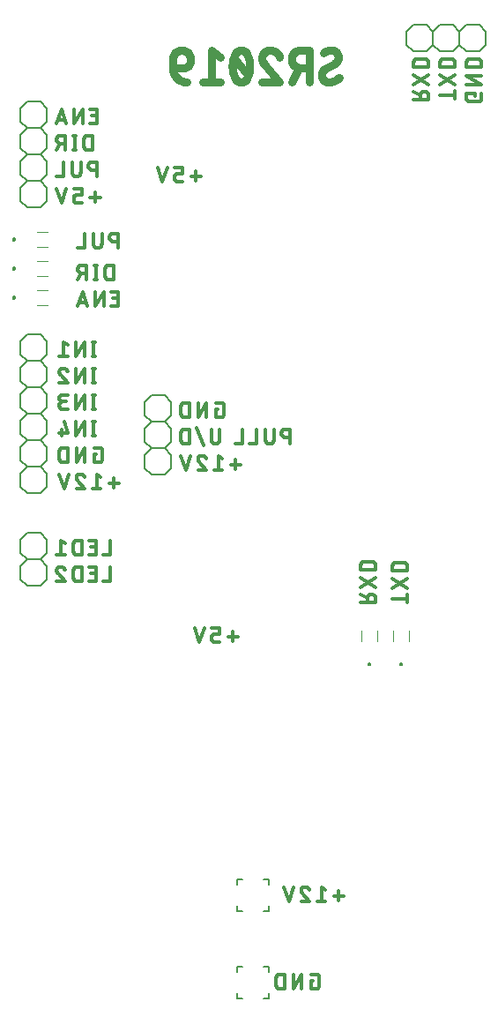
<source format=gbr>
G04 EAGLE Gerber RS-274X export*
G75*
%MOMM*%
%FSLAX34Y34*%
%LPD*%
%INSilkscreen Bottom*%
%IPPOS*%
%AMOC8*
5,1,8,0,0,1.08239X$1,22.5*%
G01*
%ADD10C,0.355600*%
%ADD11C,0.762000*%
%ADD12C,0.152400*%
%ADD13C,0.100000*%
%ADD14C,0.200000*%
%ADD15C,0.200000*%


D10*
X229374Y916178D02*
X235696Y916178D01*
X235696Y930402D01*
X229374Y930402D01*
X230954Y924080D02*
X235696Y924080D01*
X222203Y930402D02*
X222203Y916178D01*
X214301Y916178D02*
X222203Y930402D01*
X214301Y930402D02*
X214301Y916178D01*
X206841Y916178D02*
X202099Y930402D01*
X197358Y916178D01*
X198543Y919734D02*
X205655Y919734D01*
X231478Y905002D02*
X231478Y890778D01*
X231478Y905002D02*
X227527Y905002D01*
X227403Y905000D01*
X227279Y904994D01*
X227155Y904984D01*
X227032Y904971D01*
X226909Y904953D01*
X226787Y904932D01*
X226665Y904907D01*
X226544Y904878D01*
X226425Y904845D01*
X226306Y904809D01*
X226189Y904768D01*
X226073Y904725D01*
X225958Y904677D01*
X225845Y904626D01*
X225733Y904571D01*
X225624Y904513D01*
X225516Y904452D01*
X225410Y904387D01*
X225306Y904319D01*
X225205Y904247D01*
X225105Y904173D01*
X225009Y904095D01*
X224914Y904015D01*
X224822Y903931D01*
X224733Y903845D01*
X224647Y903756D01*
X224563Y903664D01*
X224483Y903569D01*
X224405Y903473D01*
X224331Y903373D01*
X224259Y903272D01*
X224191Y903168D01*
X224126Y903062D01*
X224065Y902954D01*
X224007Y902845D01*
X223952Y902733D01*
X223901Y902620D01*
X223853Y902505D01*
X223810Y902389D01*
X223769Y902272D01*
X223733Y902153D01*
X223700Y902034D01*
X223671Y901913D01*
X223646Y901791D01*
X223625Y901669D01*
X223607Y901546D01*
X223594Y901423D01*
X223584Y901299D01*
X223578Y901175D01*
X223576Y901051D01*
X223576Y894729D01*
X223578Y894605D01*
X223584Y894481D01*
X223594Y894357D01*
X223607Y894234D01*
X223625Y894111D01*
X223646Y893989D01*
X223671Y893867D01*
X223700Y893746D01*
X223733Y893627D01*
X223769Y893508D01*
X223810Y893391D01*
X223853Y893275D01*
X223901Y893160D01*
X223952Y893047D01*
X224007Y892935D01*
X224065Y892826D01*
X224126Y892718D01*
X224191Y892612D01*
X224259Y892508D01*
X224331Y892407D01*
X224405Y892307D01*
X224483Y892211D01*
X224563Y892116D01*
X224647Y892024D01*
X224733Y891935D01*
X224822Y891849D01*
X224914Y891765D01*
X225009Y891685D01*
X225105Y891607D01*
X225205Y891533D01*
X225306Y891461D01*
X225410Y891393D01*
X225516Y891328D01*
X225624Y891267D01*
X225733Y891209D01*
X225845Y891154D01*
X225958Y891103D01*
X226073Y891055D01*
X226189Y891012D01*
X226306Y890971D01*
X226425Y890935D01*
X226544Y890902D01*
X226665Y890873D01*
X226787Y890848D01*
X226909Y890827D01*
X227032Y890809D01*
X227155Y890796D01*
X227279Y890786D01*
X227403Y890780D01*
X227527Y890778D01*
X231478Y890778D01*
X214501Y890778D02*
X214501Y905002D01*
X216082Y890778D02*
X212921Y890778D01*
X212921Y905002D02*
X216082Y905002D01*
X205260Y905002D02*
X205260Y890778D01*
X205260Y905002D02*
X201309Y905002D01*
X201185Y905000D01*
X201061Y904994D01*
X200937Y904984D01*
X200814Y904971D01*
X200691Y904953D01*
X200569Y904932D01*
X200447Y904907D01*
X200326Y904878D01*
X200207Y904845D01*
X200088Y904809D01*
X199971Y904768D01*
X199855Y904725D01*
X199740Y904677D01*
X199627Y904626D01*
X199515Y904571D01*
X199406Y904513D01*
X199298Y904452D01*
X199192Y904387D01*
X199088Y904319D01*
X198987Y904247D01*
X198887Y904173D01*
X198791Y904095D01*
X198696Y904015D01*
X198604Y903931D01*
X198515Y903845D01*
X198429Y903756D01*
X198345Y903664D01*
X198265Y903569D01*
X198187Y903473D01*
X198113Y903373D01*
X198041Y903272D01*
X197973Y903168D01*
X197908Y903062D01*
X197847Y902954D01*
X197789Y902845D01*
X197734Y902733D01*
X197683Y902620D01*
X197635Y902505D01*
X197592Y902389D01*
X197551Y902272D01*
X197515Y902153D01*
X197482Y902034D01*
X197453Y901913D01*
X197428Y901791D01*
X197407Y901669D01*
X197389Y901546D01*
X197376Y901423D01*
X197366Y901299D01*
X197360Y901175D01*
X197358Y901051D01*
X197360Y900927D01*
X197366Y900803D01*
X197376Y900679D01*
X197389Y900556D01*
X197407Y900433D01*
X197428Y900311D01*
X197453Y900189D01*
X197482Y900068D01*
X197515Y899949D01*
X197551Y899830D01*
X197592Y899713D01*
X197635Y899597D01*
X197683Y899482D01*
X197734Y899369D01*
X197789Y899257D01*
X197847Y899148D01*
X197908Y899040D01*
X197973Y898934D01*
X198041Y898830D01*
X198113Y898729D01*
X198187Y898629D01*
X198265Y898533D01*
X198345Y898438D01*
X198429Y898346D01*
X198515Y898257D01*
X198604Y898171D01*
X198696Y898087D01*
X198791Y898007D01*
X198887Y897929D01*
X198987Y897855D01*
X199088Y897783D01*
X199192Y897715D01*
X199298Y897650D01*
X199406Y897589D01*
X199515Y897531D01*
X199627Y897476D01*
X199740Y897425D01*
X199855Y897377D01*
X199971Y897334D01*
X200088Y897293D01*
X200207Y897257D01*
X200326Y897224D01*
X200447Y897195D01*
X200569Y897170D01*
X200691Y897149D01*
X200814Y897131D01*
X200937Y897118D01*
X201061Y897108D01*
X201185Y897102D01*
X201309Y897100D01*
X205260Y897100D01*
X200519Y897100D02*
X197358Y890778D01*
X235656Y879602D02*
X235656Y865378D01*
X235656Y879602D02*
X231705Y879602D01*
X231581Y879600D01*
X231457Y879594D01*
X231333Y879584D01*
X231210Y879571D01*
X231087Y879553D01*
X230965Y879532D01*
X230843Y879507D01*
X230722Y879478D01*
X230603Y879445D01*
X230484Y879409D01*
X230367Y879368D01*
X230251Y879325D01*
X230136Y879277D01*
X230023Y879226D01*
X229911Y879171D01*
X229802Y879113D01*
X229694Y879052D01*
X229588Y878987D01*
X229484Y878919D01*
X229383Y878847D01*
X229283Y878773D01*
X229187Y878695D01*
X229092Y878615D01*
X229000Y878531D01*
X228911Y878445D01*
X228825Y878356D01*
X228741Y878264D01*
X228661Y878169D01*
X228583Y878073D01*
X228509Y877973D01*
X228437Y877872D01*
X228369Y877768D01*
X228304Y877662D01*
X228243Y877554D01*
X228185Y877445D01*
X228130Y877333D01*
X228079Y877220D01*
X228031Y877105D01*
X227988Y876989D01*
X227947Y876872D01*
X227911Y876753D01*
X227878Y876634D01*
X227849Y876513D01*
X227824Y876391D01*
X227803Y876269D01*
X227785Y876146D01*
X227772Y876023D01*
X227762Y875899D01*
X227756Y875775D01*
X227754Y875651D01*
X227756Y875527D01*
X227762Y875403D01*
X227772Y875279D01*
X227785Y875156D01*
X227803Y875033D01*
X227824Y874911D01*
X227849Y874789D01*
X227878Y874668D01*
X227911Y874549D01*
X227947Y874430D01*
X227988Y874313D01*
X228031Y874197D01*
X228079Y874082D01*
X228130Y873969D01*
X228185Y873857D01*
X228243Y873748D01*
X228304Y873640D01*
X228369Y873534D01*
X228437Y873430D01*
X228509Y873329D01*
X228583Y873229D01*
X228661Y873133D01*
X228741Y873038D01*
X228825Y872946D01*
X228911Y872857D01*
X229000Y872771D01*
X229092Y872687D01*
X229187Y872607D01*
X229283Y872529D01*
X229383Y872455D01*
X229484Y872383D01*
X229588Y872315D01*
X229694Y872250D01*
X229802Y872189D01*
X229911Y872131D01*
X230023Y872076D01*
X230136Y872025D01*
X230251Y871977D01*
X230367Y871934D01*
X230484Y871893D01*
X230603Y871857D01*
X230722Y871824D01*
X230843Y871795D01*
X230965Y871770D01*
X231087Y871749D01*
X231210Y871731D01*
X231333Y871718D01*
X231457Y871708D01*
X231581Y871702D01*
X231705Y871700D01*
X235656Y871700D01*
X220407Y869329D02*
X220407Y879602D01*
X220407Y869329D02*
X220405Y869205D01*
X220399Y869081D01*
X220389Y868957D01*
X220376Y868834D01*
X220358Y868711D01*
X220337Y868589D01*
X220312Y868467D01*
X220283Y868346D01*
X220250Y868227D01*
X220214Y868108D01*
X220173Y867991D01*
X220130Y867875D01*
X220082Y867760D01*
X220031Y867647D01*
X219976Y867535D01*
X219918Y867426D01*
X219857Y867318D01*
X219792Y867212D01*
X219724Y867108D01*
X219652Y867007D01*
X219578Y866907D01*
X219500Y866811D01*
X219420Y866716D01*
X219336Y866624D01*
X219250Y866535D01*
X219161Y866449D01*
X219069Y866365D01*
X218974Y866285D01*
X218878Y866207D01*
X218778Y866133D01*
X218677Y866061D01*
X218573Y865993D01*
X218467Y865928D01*
X218359Y865867D01*
X218250Y865809D01*
X218138Y865754D01*
X218025Y865703D01*
X217910Y865655D01*
X217794Y865612D01*
X217677Y865571D01*
X217558Y865535D01*
X217439Y865502D01*
X217318Y865473D01*
X217196Y865448D01*
X217074Y865427D01*
X216951Y865409D01*
X216828Y865396D01*
X216704Y865386D01*
X216580Y865380D01*
X216456Y865378D01*
X216332Y865380D01*
X216208Y865386D01*
X216084Y865396D01*
X215961Y865409D01*
X215838Y865427D01*
X215716Y865448D01*
X215594Y865473D01*
X215473Y865502D01*
X215354Y865535D01*
X215235Y865571D01*
X215118Y865612D01*
X215002Y865655D01*
X214887Y865703D01*
X214774Y865754D01*
X214662Y865809D01*
X214553Y865867D01*
X214445Y865928D01*
X214339Y865993D01*
X214235Y866061D01*
X214134Y866133D01*
X214034Y866207D01*
X213938Y866285D01*
X213843Y866365D01*
X213751Y866449D01*
X213662Y866535D01*
X213576Y866624D01*
X213492Y866716D01*
X213412Y866811D01*
X213334Y866907D01*
X213260Y867007D01*
X213188Y867108D01*
X213120Y867212D01*
X213055Y867318D01*
X212994Y867426D01*
X212936Y867535D01*
X212881Y867647D01*
X212830Y867760D01*
X212782Y867875D01*
X212739Y867991D01*
X212698Y868108D01*
X212662Y868227D01*
X212629Y868346D01*
X212600Y868467D01*
X212575Y868589D01*
X212554Y868711D01*
X212536Y868834D01*
X212523Y868957D01*
X212513Y869081D01*
X212507Y869205D01*
X212505Y869329D01*
X212505Y879602D01*
X203680Y879602D02*
X203680Y865378D01*
X197358Y865378D01*
X229663Y845510D02*
X239145Y845510D01*
X234404Y850251D02*
X234404Y840768D01*
X221682Y839978D02*
X216940Y839978D01*
X216830Y839980D01*
X216720Y839986D01*
X216610Y839995D01*
X216500Y840009D01*
X216391Y840026D01*
X216283Y840047D01*
X216175Y840072D01*
X216069Y840100D01*
X215963Y840133D01*
X215859Y840169D01*
X215756Y840208D01*
X215654Y840251D01*
X215554Y840298D01*
X215456Y840348D01*
X215360Y840401D01*
X215265Y840458D01*
X215172Y840518D01*
X215082Y840582D01*
X214994Y840648D01*
X214908Y840718D01*
X214825Y840790D01*
X214744Y840865D01*
X214666Y840943D01*
X214591Y841024D01*
X214519Y841107D01*
X214449Y841193D01*
X214383Y841281D01*
X214319Y841371D01*
X214259Y841464D01*
X214203Y841558D01*
X214149Y841655D01*
X214099Y841753D01*
X214052Y841853D01*
X214009Y841955D01*
X213970Y842058D01*
X213934Y842162D01*
X213901Y842268D01*
X213873Y842374D01*
X213848Y842482D01*
X213827Y842590D01*
X213810Y842699D01*
X213796Y842809D01*
X213787Y842918D01*
X213781Y843029D01*
X213779Y843139D01*
X213779Y844719D01*
X213781Y844829D01*
X213787Y844940D01*
X213796Y845049D01*
X213810Y845159D01*
X213827Y845268D01*
X213848Y845376D01*
X213873Y845484D01*
X213901Y845590D01*
X213934Y845696D01*
X213970Y845800D01*
X214009Y845903D01*
X214052Y846005D01*
X214099Y846105D01*
X214149Y846203D01*
X214202Y846300D01*
X214259Y846394D01*
X214319Y846487D01*
X214383Y846577D01*
X214449Y846665D01*
X214519Y846751D01*
X214591Y846834D01*
X214666Y846915D01*
X214744Y846993D01*
X214825Y847068D01*
X214908Y847140D01*
X214994Y847210D01*
X215082Y847276D01*
X215172Y847340D01*
X215265Y847400D01*
X215360Y847457D01*
X215456Y847510D01*
X215554Y847560D01*
X215654Y847607D01*
X215756Y847650D01*
X215859Y847689D01*
X215963Y847725D01*
X216069Y847758D01*
X216175Y847786D01*
X216283Y847811D01*
X216391Y847832D01*
X216500Y847849D01*
X216610Y847863D01*
X216720Y847872D01*
X216830Y847878D01*
X216940Y847880D01*
X221682Y847880D01*
X221682Y854202D01*
X213779Y854202D01*
X206841Y854202D02*
X202099Y839978D01*
X197358Y854202D01*
X233245Y598960D02*
X235615Y598960D01*
X233245Y598960D02*
X233245Y591058D01*
X237986Y591058D01*
X238096Y591060D01*
X238207Y591066D01*
X238316Y591075D01*
X238426Y591089D01*
X238535Y591106D01*
X238643Y591127D01*
X238751Y591152D01*
X238857Y591180D01*
X238963Y591213D01*
X239067Y591249D01*
X239170Y591288D01*
X239272Y591331D01*
X239372Y591378D01*
X239470Y591428D01*
X239566Y591481D01*
X239661Y591538D01*
X239754Y591598D01*
X239844Y591662D01*
X239932Y591728D01*
X240018Y591798D01*
X240101Y591870D01*
X240182Y591945D01*
X240260Y592023D01*
X240335Y592104D01*
X240407Y592187D01*
X240477Y592273D01*
X240543Y592361D01*
X240607Y592451D01*
X240667Y592544D01*
X240724Y592639D01*
X240777Y592735D01*
X240827Y592833D01*
X240874Y592933D01*
X240917Y593035D01*
X240956Y593138D01*
X240992Y593242D01*
X241025Y593348D01*
X241053Y593454D01*
X241078Y593562D01*
X241099Y593670D01*
X241116Y593779D01*
X241130Y593889D01*
X241139Y593998D01*
X241145Y594109D01*
X241147Y594219D01*
X241147Y602121D01*
X241145Y602231D01*
X241139Y602342D01*
X241130Y602451D01*
X241116Y602561D01*
X241099Y602670D01*
X241078Y602778D01*
X241053Y602886D01*
X241025Y602992D01*
X240992Y603098D01*
X240956Y603202D01*
X240917Y603305D01*
X240874Y603407D01*
X240827Y603507D01*
X240777Y603605D01*
X240724Y603702D01*
X240667Y603796D01*
X240607Y603889D01*
X240543Y603979D01*
X240477Y604067D01*
X240407Y604153D01*
X240335Y604236D01*
X240260Y604317D01*
X240182Y604395D01*
X240101Y604470D01*
X240018Y604542D01*
X239932Y604612D01*
X239844Y604678D01*
X239754Y604742D01*
X239661Y604802D01*
X239567Y604859D01*
X239470Y604912D01*
X239372Y604962D01*
X239272Y605009D01*
X239170Y605052D01*
X239067Y605091D01*
X238963Y605127D01*
X238857Y605160D01*
X238751Y605188D01*
X238643Y605213D01*
X238535Y605234D01*
X238426Y605251D01*
X238316Y605265D01*
X238207Y605274D01*
X238096Y605280D01*
X237986Y605282D01*
X233245Y605282D01*
X224474Y605282D02*
X224474Y591058D01*
X216571Y591058D02*
X224474Y605282D01*
X216571Y605282D02*
X216571Y591058D01*
X207800Y591058D02*
X207800Y605282D01*
X203849Y605282D01*
X203725Y605280D01*
X203601Y605274D01*
X203477Y605264D01*
X203354Y605251D01*
X203231Y605233D01*
X203109Y605212D01*
X202987Y605187D01*
X202866Y605158D01*
X202747Y605125D01*
X202628Y605089D01*
X202511Y605048D01*
X202395Y605005D01*
X202280Y604957D01*
X202167Y604906D01*
X202055Y604851D01*
X201946Y604793D01*
X201838Y604732D01*
X201732Y604667D01*
X201628Y604599D01*
X201527Y604527D01*
X201427Y604453D01*
X201331Y604375D01*
X201236Y604295D01*
X201144Y604211D01*
X201055Y604125D01*
X200969Y604036D01*
X200885Y603944D01*
X200805Y603849D01*
X200727Y603753D01*
X200653Y603653D01*
X200581Y603552D01*
X200513Y603448D01*
X200448Y603342D01*
X200387Y603234D01*
X200329Y603125D01*
X200274Y603013D01*
X200223Y602900D01*
X200175Y602785D01*
X200132Y602669D01*
X200091Y602552D01*
X200055Y602433D01*
X200022Y602314D01*
X199993Y602193D01*
X199968Y602071D01*
X199947Y601949D01*
X199929Y601826D01*
X199916Y601703D01*
X199906Y601579D01*
X199900Y601455D01*
X199898Y601331D01*
X199898Y595009D01*
X199900Y594885D01*
X199906Y594761D01*
X199916Y594637D01*
X199929Y594514D01*
X199947Y594391D01*
X199968Y594269D01*
X199993Y594147D01*
X200022Y594026D01*
X200055Y593907D01*
X200091Y593788D01*
X200132Y593671D01*
X200175Y593555D01*
X200223Y593440D01*
X200274Y593327D01*
X200329Y593215D01*
X200387Y593106D01*
X200448Y592998D01*
X200513Y592892D01*
X200581Y592788D01*
X200653Y592687D01*
X200727Y592587D01*
X200805Y592491D01*
X200885Y592396D01*
X200969Y592304D01*
X201055Y592215D01*
X201144Y592129D01*
X201236Y592045D01*
X201331Y591965D01*
X201427Y591887D01*
X201527Y591813D01*
X201628Y591741D01*
X201732Y591673D01*
X201838Y591608D01*
X201946Y591547D01*
X202055Y591489D01*
X202167Y591434D01*
X202280Y591383D01*
X202395Y591335D01*
X202511Y591292D01*
X202628Y591251D01*
X202747Y591215D01*
X202866Y591182D01*
X202987Y591153D01*
X203109Y591128D01*
X203231Y591107D01*
X203354Y591089D01*
X203477Y591076D01*
X203601Y591066D01*
X203725Y591060D01*
X203849Y591058D01*
X207800Y591058D01*
X247834Y571190D02*
X257316Y571190D01*
X252575Y575931D02*
X252575Y566448D01*
X239853Y576721D02*
X235902Y579882D01*
X235902Y565658D01*
X239853Y565658D02*
X231951Y565658D01*
X219875Y579882D02*
X219759Y579880D01*
X219642Y579874D01*
X219526Y579865D01*
X219411Y579852D01*
X219296Y579835D01*
X219181Y579814D01*
X219068Y579789D01*
X218955Y579761D01*
X218843Y579729D01*
X218732Y579693D01*
X218622Y579654D01*
X218514Y579611D01*
X218407Y579565D01*
X218302Y579515D01*
X218199Y579462D01*
X218097Y579406D01*
X217997Y579346D01*
X217899Y579283D01*
X217804Y579216D01*
X217710Y579147D01*
X217619Y579075D01*
X217530Y579000D01*
X217444Y578921D01*
X217361Y578840D01*
X217280Y578757D01*
X217201Y578671D01*
X217126Y578582D01*
X217054Y578491D01*
X216985Y578397D01*
X216918Y578302D01*
X216855Y578204D01*
X216795Y578104D01*
X216739Y578002D01*
X216686Y577899D01*
X216636Y577794D01*
X216590Y577687D01*
X216547Y577579D01*
X216508Y577469D01*
X216472Y577358D01*
X216440Y577246D01*
X216412Y577133D01*
X216387Y577020D01*
X216366Y576905D01*
X216349Y576790D01*
X216336Y576675D01*
X216327Y576559D01*
X216321Y576442D01*
X216319Y576326D01*
X219875Y579882D02*
X220009Y579880D01*
X220142Y579874D01*
X220275Y579864D01*
X220408Y579851D01*
X220541Y579833D01*
X220672Y579812D01*
X220804Y579787D01*
X220934Y579758D01*
X221064Y579725D01*
X221192Y579688D01*
X221319Y579648D01*
X221445Y579604D01*
X221570Y579556D01*
X221694Y579504D01*
X221815Y579449D01*
X221935Y579391D01*
X222054Y579329D01*
X222170Y579264D01*
X222285Y579195D01*
X222397Y579123D01*
X222507Y579047D01*
X222616Y578969D01*
X222721Y578887D01*
X222824Y578802D01*
X222925Y578714D01*
X223023Y578624D01*
X223119Y578530D01*
X223211Y578434D01*
X223301Y578335D01*
X223388Y578234D01*
X223472Y578130D01*
X223553Y578023D01*
X223630Y577915D01*
X223705Y577804D01*
X223776Y577691D01*
X223844Y577576D01*
X223908Y577458D01*
X223969Y577340D01*
X224027Y577219D01*
X224081Y577097D01*
X224131Y576973D01*
X224178Y576848D01*
X224221Y576721D01*
X217505Y573561D02*
X217420Y573644D01*
X217338Y573730D01*
X217259Y573818D01*
X217182Y573909D01*
X217108Y574002D01*
X217037Y574098D01*
X216969Y574196D01*
X216905Y574295D01*
X216843Y574397D01*
X216784Y574501D01*
X216729Y574606D01*
X216677Y574713D01*
X216629Y574822D01*
X216584Y574932D01*
X216542Y575043D01*
X216504Y575156D01*
X216469Y575269D01*
X216438Y575384D01*
X216410Y575500D01*
X216386Y575616D01*
X216366Y575734D01*
X216350Y575851D01*
X216337Y575970D01*
X216327Y576088D01*
X216322Y576207D01*
X216320Y576326D01*
X217505Y573560D02*
X224222Y565658D01*
X216319Y565658D01*
X204639Y565658D02*
X209381Y579882D01*
X199898Y579882D02*
X204639Y565658D01*
X233027Y616458D02*
X233027Y630682D01*
X234608Y616458D02*
X231447Y616458D01*
X231447Y630682D02*
X234608Y630682D01*
X223953Y630682D02*
X223953Y616458D01*
X216050Y616458D02*
X223953Y630682D01*
X216050Y630682D02*
X216050Y616458D01*
X207800Y619619D02*
X204639Y630682D01*
X207800Y619619D02*
X199898Y619619D01*
X202269Y622780D02*
X202269Y616458D01*
X233027Y641858D02*
X233027Y656082D01*
X234608Y641858D02*
X231447Y641858D01*
X231447Y656082D02*
X234608Y656082D01*
X223953Y656082D02*
X223953Y641858D01*
X216050Y641858D02*
X223953Y656082D01*
X216050Y656082D02*
X216050Y641858D01*
X207800Y641858D02*
X203849Y641858D01*
X203725Y641860D01*
X203601Y641866D01*
X203477Y641876D01*
X203354Y641889D01*
X203231Y641907D01*
X203109Y641928D01*
X202987Y641953D01*
X202866Y641982D01*
X202747Y642015D01*
X202628Y642051D01*
X202511Y642092D01*
X202395Y642135D01*
X202280Y642183D01*
X202167Y642234D01*
X202055Y642289D01*
X201946Y642347D01*
X201838Y642408D01*
X201732Y642473D01*
X201628Y642541D01*
X201527Y642613D01*
X201427Y642687D01*
X201331Y642765D01*
X201236Y642845D01*
X201144Y642929D01*
X201055Y643015D01*
X200969Y643104D01*
X200885Y643196D01*
X200805Y643291D01*
X200727Y643387D01*
X200653Y643487D01*
X200581Y643588D01*
X200513Y643692D01*
X200448Y643798D01*
X200387Y643906D01*
X200329Y644015D01*
X200274Y644127D01*
X200223Y644240D01*
X200175Y644355D01*
X200132Y644471D01*
X200091Y644588D01*
X200055Y644707D01*
X200022Y644826D01*
X199993Y644947D01*
X199968Y645069D01*
X199947Y645191D01*
X199929Y645314D01*
X199916Y645437D01*
X199906Y645561D01*
X199900Y645685D01*
X199898Y645809D01*
X199900Y645933D01*
X199906Y646057D01*
X199916Y646181D01*
X199929Y646304D01*
X199947Y646427D01*
X199968Y646549D01*
X199993Y646671D01*
X200022Y646792D01*
X200055Y646911D01*
X200091Y647030D01*
X200132Y647147D01*
X200175Y647263D01*
X200223Y647378D01*
X200274Y647491D01*
X200329Y647603D01*
X200387Y647712D01*
X200448Y647820D01*
X200513Y647926D01*
X200581Y648030D01*
X200653Y648131D01*
X200727Y648231D01*
X200805Y648327D01*
X200885Y648422D01*
X200969Y648514D01*
X201055Y648603D01*
X201144Y648689D01*
X201236Y648773D01*
X201331Y648853D01*
X201427Y648931D01*
X201527Y649005D01*
X201628Y649077D01*
X201732Y649145D01*
X201838Y649210D01*
X201946Y649271D01*
X202055Y649329D01*
X202167Y649384D01*
X202280Y649435D01*
X202395Y649483D01*
X202511Y649526D01*
X202628Y649567D01*
X202747Y649603D01*
X202866Y649636D01*
X202987Y649665D01*
X203109Y649690D01*
X203231Y649711D01*
X203354Y649729D01*
X203477Y649742D01*
X203601Y649752D01*
X203725Y649758D01*
X203849Y649760D01*
X203059Y656082D02*
X207800Y656082D01*
X203059Y656082D02*
X202947Y656080D01*
X202836Y656074D01*
X202725Y656064D01*
X202614Y656051D01*
X202504Y656033D01*
X202395Y656011D01*
X202286Y655986D01*
X202178Y655957D01*
X202072Y655924D01*
X201966Y655887D01*
X201862Y655847D01*
X201760Y655803D01*
X201659Y655755D01*
X201560Y655704D01*
X201462Y655649D01*
X201367Y655591D01*
X201274Y655530D01*
X201183Y655465D01*
X201094Y655397D01*
X201008Y655326D01*
X200925Y655253D01*
X200844Y655176D01*
X200765Y655096D01*
X200690Y655014D01*
X200618Y654929D01*
X200548Y654842D01*
X200482Y654752D01*
X200419Y654660D01*
X200359Y654565D01*
X200303Y654469D01*
X200250Y654371D01*
X200201Y654271D01*
X200155Y654169D01*
X200113Y654066D01*
X200074Y653961D01*
X200039Y653855D01*
X200008Y653748D01*
X199981Y653640D01*
X199957Y653531D01*
X199938Y653421D01*
X199922Y653311D01*
X199910Y653200D01*
X199902Y653088D01*
X199898Y652977D01*
X199898Y652865D01*
X199902Y652754D01*
X199910Y652642D01*
X199922Y652531D01*
X199938Y652421D01*
X199957Y652311D01*
X199981Y652202D01*
X200008Y652094D01*
X200039Y651987D01*
X200074Y651881D01*
X200113Y651776D01*
X200155Y651673D01*
X200201Y651571D01*
X200250Y651471D01*
X200303Y651373D01*
X200359Y651277D01*
X200419Y651182D01*
X200482Y651090D01*
X200548Y651000D01*
X200618Y650913D01*
X200690Y650828D01*
X200765Y650746D01*
X200844Y650666D01*
X200925Y650589D01*
X201008Y650516D01*
X201094Y650445D01*
X201183Y650377D01*
X201274Y650312D01*
X201367Y650251D01*
X201462Y650193D01*
X201560Y650138D01*
X201659Y650087D01*
X201760Y650039D01*
X201862Y649995D01*
X201966Y649955D01*
X202072Y649918D01*
X202178Y649885D01*
X202286Y649856D01*
X202395Y649831D01*
X202504Y649809D01*
X202614Y649791D01*
X202725Y649778D01*
X202836Y649768D01*
X202947Y649762D01*
X203059Y649760D01*
X206220Y649760D01*
X233027Y667258D02*
X233027Y681482D01*
X234608Y667258D02*
X231447Y667258D01*
X231447Y681482D02*
X234608Y681482D01*
X223953Y681482D02*
X223953Y667258D01*
X216050Y667258D02*
X223953Y681482D01*
X216050Y681482D02*
X216050Y667258D01*
X203454Y681482D02*
X203338Y681480D01*
X203221Y681474D01*
X203105Y681465D01*
X202990Y681452D01*
X202875Y681435D01*
X202760Y681414D01*
X202647Y681389D01*
X202534Y681361D01*
X202422Y681329D01*
X202311Y681293D01*
X202201Y681254D01*
X202093Y681211D01*
X201986Y681165D01*
X201881Y681115D01*
X201778Y681062D01*
X201676Y681006D01*
X201576Y680946D01*
X201478Y680883D01*
X201383Y680816D01*
X201289Y680747D01*
X201198Y680675D01*
X201109Y680600D01*
X201023Y680521D01*
X200940Y680440D01*
X200859Y680357D01*
X200780Y680271D01*
X200705Y680182D01*
X200633Y680091D01*
X200564Y679997D01*
X200497Y679902D01*
X200434Y679804D01*
X200374Y679704D01*
X200318Y679602D01*
X200265Y679499D01*
X200215Y679394D01*
X200169Y679287D01*
X200126Y679179D01*
X200087Y679069D01*
X200051Y678958D01*
X200019Y678846D01*
X199991Y678733D01*
X199966Y678620D01*
X199945Y678505D01*
X199928Y678390D01*
X199915Y678275D01*
X199906Y678159D01*
X199900Y678042D01*
X199898Y677926D01*
X203454Y681482D02*
X203588Y681480D01*
X203721Y681474D01*
X203854Y681464D01*
X203987Y681451D01*
X204120Y681433D01*
X204251Y681412D01*
X204383Y681387D01*
X204513Y681358D01*
X204643Y681325D01*
X204771Y681288D01*
X204898Y681248D01*
X205024Y681204D01*
X205149Y681156D01*
X205273Y681104D01*
X205394Y681049D01*
X205514Y680991D01*
X205633Y680929D01*
X205749Y680864D01*
X205864Y680795D01*
X205976Y680723D01*
X206086Y680647D01*
X206195Y680569D01*
X206300Y680487D01*
X206403Y680402D01*
X206504Y680314D01*
X206602Y680224D01*
X206698Y680130D01*
X206790Y680034D01*
X206880Y679935D01*
X206967Y679834D01*
X207051Y679730D01*
X207132Y679623D01*
X207209Y679515D01*
X207284Y679404D01*
X207355Y679291D01*
X207423Y679176D01*
X207487Y679058D01*
X207548Y678940D01*
X207606Y678819D01*
X207660Y678697D01*
X207710Y678573D01*
X207757Y678448D01*
X207800Y678321D01*
X201083Y675161D02*
X200998Y675244D01*
X200916Y675330D01*
X200837Y675418D01*
X200760Y675509D01*
X200686Y675602D01*
X200615Y675698D01*
X200547Y675796D01*
X200483Y675895D01*
X200421Y675997D01*
X200362Y676101D01*
X200307Y676206D01*
X200255Y676313D01*
X200207Y676422D01*
X200162Y676532D01*
X200120Y676643D01*
X200082Y676756D01*
X200047Y676869D01*
X200016Y676984D01*
X199988Y677100D01*
X199964Y677216D01*
X199944Y677334D01*
X199928Y677451D01*
X199915Y677570D01*
X199905Y677688D01*
X199900Y677807D01*
X199898Y677926D01*
X201083Y675160D02*
X207800Y667258D01*
X199898Y667258D01*
X233027Y692658D02*
X233027Y706882D01*
X234608Y692658D02*
X231447Y692658D01*
X231447Y706882D02*
X234608Y706882D01*
X223953Y706882D02*
X223953Y692658D01*
X216050Y692658D02*
X223953Y706882D01*
X216050Y706882D02*
X216050Y692658D01*
X207800Y703721D02*
X203849Y706882D01*
X203849Y692658D01*
X207800Y692658D02*
X199898Y692658D01*
X248453Y490982D02*
X248453Y476758D01*
X242131Y476758D01*
X234906Y476758D02*
X228584Y476758D01*
X234906Y476758D02*
X234906Y490982D01*
X228584Y490982D01*
X230164Y484660D02*
X234906Y484660D01*
X221413Y490982D02*
X221413Y476758D01*
X221413Y490982D02*
X217461Y490982D01*
X217337Y490980D01*
X217213Y490974D01*
X217089Y490964D01*
X216966Y490951D01*
X216843Y490933D01*
X216721Y490912D01*
X216599Y490887D01*
X216478Y490858D01*
X216359Y490825D01*
X216240Y490789D01*
X216123Y490748D01*
X216007Y490705D01*
X215892Y490657D01*
X215779Y490606D01*
X215667Y490551D01*
X215558Y490493D01*
X215450Y490432D01*
X215344Y490367D01*
X215240Y490299D01*
X215139Y490227D01*
X215039Y490153D01*
X214943Y490075D01*
X214848Y489995D01*
X214756Y489911D01*
X214667Y489825D01*
X214581Y489736D01*
X214497Y489644D01*
X214417Y489549D01*
X214339Y489453D01*
X214265Y489353D01*
X214193Y489252D01*
X214125Y489148D01*
X214060Y489042D01*
X213999Y488934D01*
X213941Y488825D01*
X213886Y488713D01*
X213835Y488600D01*
X213787Y488485D01*
X213744Y488369D01*
X213703Y488252D01*
X213667Y488133D01*
X213634Y488014D01*
X213605Y487893D01*
X213580Y487771D01*
X213559Y487649D01*
X213541Y487526D01*
X213528Y487403D01*
X213518Y487279D01*
X213512Y487155D01*
X213510Y487031D01*
X213510Y480709D01*
X213512Y480585D01*
X213518Y480461D01*
X213528Y480337D01*
X213541Y480214D01*
X213559Y480091D01*
X213580Y479969D01*
X213605Y479847D01*
X213634Y479726D01*
X213667Y479607D01*
X213703Y479488D01*
X213744Y479371D01*
X213787Y479255D01*
X213835Y479140D01*
X213886Y479027D01*
X213941Y478915D01*
X213999Y478806D01*
X214060Y478698D01*
X214125Y478592D01*
X214193Y478488D01*
X214265Y478387D01*
X214339Y478287D01*
X214417Y478191D01*
X214497Y478096D01*
X214581Y478004D01*
X214667Y477915D01*
X214756Y477829D01*
X214848Y477745D01*
X214943Y477665D01*
X215039Y477587D01*
X215139Y477513D01*
X215240Y477441D01*
X215344Y477373D01*
X215450Y477308D01*
X215558Y477247D01*
X215667Y477189D01*
X215779Y477134D01*
X215892Y477083D01*
X216007Y477035D01*
X216123Y476992D01*
X216240Y476951D01*
X216359Y476915D01*
X216478Y476882D01*
X216599Y476853D01*
X216721Y476828D01*
X216843Y476807D01*
X216966Y476789D01*
X217089Y476776D01*
X217213Y476766D01*
X217337Y476760D01*
X217461Y476758D01*
X221413Y476758D01*
X200914Y490982D02*
X200798Y490980D01*
X200681Y490974D01*
X200565Y490965D01*
X200450Y490952D01*
X200335Y490935D01*
X200220Y490914D01*
X200107Y490889D01*
X199994Y490861D01*
X199882Y490829D01*
X199771Y490793D01*
X199661Y490754D01*
X199553Y490711D01*
X199446Y490665D01*
X199341Y490615D01*
X199238Y490562D01*
X199136Y490506D01*
X199036Y490446D01*
X198938Y490383D01*
X198843Y490316D01*
X198749Y490247D01*
X198658Y490175D01*
X198569Y490100D01*
X198483Y490021D01*
X198400Y489940D01*
X198319Y489857D01*
X198240Y489771D01*
X198165Y489682D01*
X198093Y489591D01*
X198024Y489497D01*
X197957Y489402D01*
X197894Y489304D01*
X197834Y489204D01*
X197778Y489102D01*
X197725Y488999D01*
X197675Y488894D01*
X197629Y488787D01*
X197586Y488679D01*
X197547Y488569D01*
X197511Y488458D01*
X197479Y488346D01*
X197451Y488233D01*
X197426Y488120D01*
X197405Y488005D01*
X197388Y487890D01*
X197375Y487775D01*
X197366Y487659D01*
X197360Y487542D01*
X197358Y487426D01*
X200914Y490982D02*
X201048Y490980D01*
X201181Y490974D01*
X201314Y490964D01*
X201447Y490951D01*
X201580Y490933D01*
X201711Y490912D01*
X201843Y490887D01*
X201973Y490858D01*
X202103Y490825D01*
X202231Y490788D01*
X202358Y490748D01*
X202484Y490704D01*
X202609Y490656D01*
X202733Y490604D01*
X202854Y490549D01*
X202974Y490491D01*
X203093Y490429D01*
X203209Y490364D01*
X203324Y490295D01*
X203436Y490223D01*
X203546Y490147D01*
X203655Y490069D01*
X203760Y489987D01*
X203863Y489902D01*
X203964Y489814D01*
X204062Y489724D01*
X204158Y489630D01*
X204250Y489534D01*
X204340Y489435D01*
X204427Y489334D01*
X204511Y489230D01*
X204592Y489123D01*
X204669Y489015D01*
X204744Y488904D01*
X204815Y488791D01*
X204883Y488676D01*
X204947Y488558D01*
X205008Y488440D01*
X205066Y488319D01*
X205120Y488197D01*
X205170Y488073D01*
X205217Y487948D01*
X205260Y487821D01*
X198543Y484661D02*
X198458Y484744D01*
X198376Y484830D01*
X198297Y484918D01*
X198220Y485009D01*
X198146Y485102D01*
X198075Y485198D01*
X198007Y485296D01*
X197943Y485395D01*
X197881Y485497D01*
X197822Y485601D01*
X197767Y485706D01*
X197715Y485813D01*
X197667Y485922D01*
X197622Y486032D01*
X197580Y486143D01*
X197542Y486256D01*
X197507Y486369D01*
X197476Y486484D01*
X197448Y486600D01*
X197424Y486716D01*
X197404Y486834D01*
X197388Y486951D01*
X197375Y487070D01*
X197365Y487188D01*
X197360Y487307D01*
X197358Y487426D01*
X198543Y484660D02*
X205260Y476758D01*
X197358Y476758D01*
X248453Y502158D02*
X248453Y516382D01*
X248453Y502158D02*
X242131Y502158D01*
X234906Y502158D02*
X228584Y502158D01*
X234906Y502158D02*
X234906Y516382D01*
X228584Y516382D01*
X230164Y510060D02*
X234906Y510060D01*
X221413Y516382D02*
X221413Y502158D01*
X221413Y516382D02*
X217461Y516382D01*
X217337Y516380D01*
X217213Y516374D01*
X217089Y516364D01*
X216966Y516351D01*
X216843Y516333D01*
X216721Y516312D01*
X216599Y516287D01*
X216478Y516258D01*
X216359Y516225D01*
X216240Y516189D01*
X216123Y516148D01*
X216007Y516105D01*
X215892Y516057D01*
X215779Y516006D01*
X215667Y515951D01*
X215558Y515893D01*
X215450Y515832D01*
X215344Y515767D01*
X215240Y515699D01*
X215139Y515627D01*
X215039Y515553D01*
X214943Y515475D01*
X214848Y515395D01*
X214756Y515311D01*
X214667Y515225D01*
X214581Y515136D01*
X214497Y515044D01*
X214417Y514949D01*
X214339Y514853D01*
X214265Y514753D01*
X214193Y514652D01*
X214125Y514548D01*
X214060Y514442D01*
X213999Y514334D01*
X213941Y514225D01*
X213886Y514113D01*
X213835Y514000D01*
X213787Y513885D01*
X213744Y513769D01*
X213703Y513652D01*
X213667Y513533D01*
X213634Y513414D01*
X213605Y513293D01*
X213580Y513171D01*
X213559Y513049D01*
X213541Y512926D01*
X213528Y512803D01*
X213518Y512679D01*
X213512Y512555D01*
X213510Y512431D01*
X213510Y506109D01*
X213512Y505985D01*
X213518Y505861D01*
X213528Y505737D01*
X213541Y505614D01*
X213559Y505491D01*
X213580Y505369D01*
X213605Y505247D01*
X213634Y505126D01*
X213667Y505007D01*
X213703Y504888D01*
X213744Y504771D01*
X213787Y504655D01*
X213835Y504540D01*
X213886Y504427D01*
X213941Y504315D01*
X213999Y504206D01*
X214060Y504098D01*
X214125Y503992D01*
X214193Y503888D01*
X214265Y503787D01*
X214339Y503687D01*
X214417Y503591D01*
X214497Y503496D01*
X214581Y503404D01*
X214667Y503315D01*
X214756Y503229D01*
X214848Y503145D01*
X214943Y503065D01*
X215039Y502987D01*
X215139Y502913D01*
X215240Y502841D01*
X215344Y502773D01*
X215450Y502708D01*
X215558Y502647D01*
X215667Y502589D01*
X215779Y502534D01*
X215892Y502483D01*
X216007Y502435D01*
X216123Y502392D01*
X216240Y502351D01*
X216359Y502315D01*
X216478Y502282D01*
X216599Y502253D01*
X216721Y502228D01*
X216843Y502207D01*
X216966Y502189D01*
X217089Y502176D01*
X217213Y502166D01*
X217337Y502160D01*
X217461Y502158D01*
X221413Y502158D01*
X205260Y513221D02*
X201309Y516382D01*
X201309Y502158D01*
X205260Y502158D02*
X197358Y502158D01*
X441525Y93500D02*
X443895Y93500D01*
X441525Y93500D02*
X441525Y85598D01*
X446266Y85598D01*
X446376Y85600D01*
X446487Y85606D01*
X446596Y85615D01*
X446706Y85629D01*
X446815Y85646D01*
X446923Y85667D01*
X447031Y85692D01*
X447137Y85720D01*
X447243Y85753D01*
X447347Y85789D01*
X447450Y85828D01*
X447552Y85871D01*
X447652Y85918D01*
X447750Y85968D01*
X447847Y86021D01*
X447941Y86078D01*
X448034Y86138D01*
X448124Y86202D01*
X448212Y86268D01*
X448298Y86338D01*
X448381Y86410D01*
X448462Y86485D01*
X448540Y86563D01*
X448615Y86644D01*
X448687Y86727D01*
X448757Y86813D01*
X448823Y86901D01*
X448887Y86991D01*
X448947Y87084D01*
X449004Y87178D01*
X449057Y87275D01*
X449107Y87373D01*
X449154Y87473D01*
X449197Y87575D01*
X449236Y87678D01*
X449272Y87782D01*
X449305Y87888D01*
X449333Y87994D01*
X449358Y88102D01*
X449379Y88210D01*
X449396Y88319D01*
X449410Y88429D01*
X449419Y88538D01*
X449425Y88649D01*
X449427Y88759D01*
X449427Y96661D01*
X449425Y96771D01*
X449419Y96882D01*
X449410Y96991D01*
X449396Y97101D01*
X449379Y97210D01*
X449358Y97318D01*
X449333Y97426D01*
X449305Y97532D01*
X449272Y97638D01*
X449236Y97742D01*
X449197Y97845D01*
X449154Y97947D01*
X449107Y98047D01*
X449057Y98145D01*
X449004Y98242D01*
X448947Y98336D01*
X448887Y98429D01*
X448823Y98519D01*
X448757Y98607D01*
X448687Y98693D01*
X448615Y98776D01*
X448540Y98857D01*
X448462Y98935D01*
X448381Y99010D01*
X448298Y99082D01*
X448212Y99152D01*
X448124Y99218D01*
X448034Y99282D01*
X447941Y99342D01*
X447847Y99399D01*
X447750Y99452D01*
X447652Y99502D01*
X447552Y99549D01*
X447450Y99592D01*
X447347Y99631D01*
X447243Y99667D01*
X447137Y99700D01*
X447031Y99728D01*
X446923Y99753D01*
X446815Y99774D01*
X446706Y99791D01*
X446596Y99805D01*
X446487Y99814D01*
X446376Y99820D01*
X446266Y99822D01*
X441525Y99822D01*
X432754Y99822D02*
X432754Y85598D01*
X424851Y85598D02*
X432754Y99822D01*
X424851Y99822D02*
X424851Y85598D01*
X416080Y85598D02*
X416080Y99822D01*
X412129Y99822D01*
X412005Y99820D01*
X411881Y99814D01*
X411757Y99804D01*
X411634Y99791D01*
X411511Y99773D01*
X411389Y99752D01*
X411267Y99727D01*
X411146Y99698D01*
X411027Y99665D01*
X410908Y99629D01*
X410791Y99588D01*
X410675Y99545D01*
X410560Y99497D01*
X410447Y99446D01*
X410335Y99391D01*
X410226Y99333D01*
X410118Y99272D01*
X410012Y99207D01*
X409908Y99139D01*
X409807Y99067D01*
X409707Y98993D01*
X409611Y98915D01*
X409516Y98835D01*
X409424Y98751D01*
X409335Y98665D01*
X409249Y98576D01*
X409165Y98484D01*
X409085Y98389D01*
X409007Y98293D01*
X408933Y98193D01*
X408861Y98092D01*
X408793Y97988D01*
X408728Y97882D01*
X408667Y97774D01*
X408609Y97665D01*
X408554Y97553D01*
X408503Y97440D01*
X408455Y97325D01*
X408412Y97209D01*
X408371Y97092D01*
X408335Y96973D01*
X408302Y96854D01*
X408273Y96733D01*
X408248Y96611D01*
X408227Y96489D01*
X408209Y96366D01*
X408196Y96243D01*
X408186Y96119D01*
X408180Y95995D01*
X408178Y95871D01*
X408178Y89549D01*
X408180Y89425D01*
X408186Y89301D01*
X408196Y89177D01*
X408209Y89054D01*
X408227Y88931D01*
X408248Y88809D01*
X408273Y88687D01*
X408302Y88566D01*
X408335Y88447D01*
X408371Y88328D01*
X408412Y88211D01*
X408455Y88095D01*
X408503Y87980D01*
X408554Y87867D01*
X408609Y87755D01*
X408667Y87646D01*
X408728Y87538D01*
X408793Y87432D01*
X408861Y87328D01*
X408933Y87227D01*
X409007Y87127D01*
X409085Y87031D01*
X409165Y86936D01*
X409249Y86844D01*
X409335Y86755D01*
X409424Y86669D01*
X409516Y86585D01*
X409611Y86505D01*
X409707Y86427D01*
X409807Y86353D01*
X409908Y86281D01*
X410012Y86213D01*
X410118Y86148D01*
X410226Y86087D01*
X410335Y86029D01*
X410447Y85974D01*
X410560Y85923D01*
X410675Y85875D01*
X410791Y85832D01*
X410908Y85791D01*
X411027Y85755D01*
X411146Y85722D01*
X411267Y85693D01*
X411389Y85668D01*
X411511Y85647D01*
X411634Y85629D01*
X411757Y85616D01*
X411881Y85606D01*
X412005Y85600D01*
X412129Y85598D01*
X416080Y85598D01*
X463734Y174950D02*
X473216Y174950D01*
X468475Y179691D02*
X468475Y170208D01*
X455753Y180481D02*
X451802Y183642D01*
X451802Y169418D01*
X455753Y169418D02*
X447851Y169418D01*
X435775Y183642D02*
X435659Y183640D01*
X435542Y183634D01*
X435426Y183625D01*
X435311Y183612D01*
X435196Y183595D01*
X435081Y183574D01*
X434968Y183549D01*
X434855Y183521D01*
X434743Y183489D01*
X434632Y183453D01*
X434522Y183414D01*
X434414Y183371D01*
X434307Y183325D01*
X434202Y183275D01*
X434099Y183222D01*
X433997Y183166D01*
X433897Y183106D01*
X433799Y183043D01*
X433704Y182976D01*
X433610Y182907D01*
X433519Y182835D01*
X433430Y182760D01*
X433344Y182681D01*
X433261Y182600D01*
X433180Y182517D01*
X433101Y182431D01*
X433026Y182342D01*
X432954Y182251D01*
X432885Y182157D01*
X432818Y182062D01*
X432755Y181964D01*
X432695Y181864D01*
X432639Y181762D01*
X432586Y181659D01*
X432536Y181554D01*
X432490Y181447D01*
X432447Y181339D01*
X432408Y181229D01*
X432372Y181118D01*
X432340Y181006D01*
X432312Y180893D01*
X432287Y180780D01*
X432266Y180665D01*
X432249Y180550D01*
X432236Y180435D01*
X432227Y180319D01*
X432221Y180202D01*
X432219Y180086D01*
X435775Y183642D02*
X435909Y183640D01*
X436042Y183634D01*
X436175Y183624D01*
X436308Y183611D01*
X436441Y183593D01*
X436572Y183572D01*
X436704Y183547D01*
X436834Y183518D01*
X436964Y183485D01*
X437092Y183448D01*
X437219Y183408D01*
X437345Y183364D01*
X437470Y183316D01*
X437594Y183264D01*
X437715Y183209D01*
X437835Y183151D01*
X437954Y183089D01*
X438070Y183024D01*
X438185Y182955D01*
X438297Y182883D01*
X438407Y182807D01*
X438516Y182729D01*
X438621Y182647D01*
X438724Y182562D01*
X438825Y182474D01*
X438923Y182384D01*
X439019Y182290D01*
X439111Y182194D01*
X439201Y182095D01*
X439288Y181994D01*
X439372Y181890D01*
X439453Y181783D01*
X439530Y181675D01*
X439605Y181564D01*
X439676Y181451D01*
X439744Y181336D01*
X439808Y181218D01*
X439869Y181100D01*
X439927Y180979D01*
X439981Y180857D01*
X440031Y180733D01*
X440078Y180608D01*
X440121Y180481D01*
X433405Y177321D02*
X433320Y177404D01*
X433238Y177490D01*
X433159Y177578D01*
X433082Y177669D01*
X433008Y177762D01*
X432937Y177858D01*
X432869Y177956D01*
X432805Y178055D01*
X432743Y178157D01*
X432684Y178261D01*
X432629Y178366D01*
X432577Y178473D01*
X432529Y178582D01*
X432484Y178692D01*
X432442Y178803D01*
X432404Y178916D01*
X432369Y179029D01*
X432338Y179144D01*
X432310Y179260D01*
X432286Y179376D01*
X432266Y179494D01*
X432250Y179611D01*
X432237Y179730D01*
X432227Y179848D01*
X432222Y179967D01*
X432220Y180086D01*
X433405Y177320D02*
X440122Y169418D01*
X432219Y169418D01*
X420539Y169418D02*
X425281Y183642D01*
X415798Y183642D02*
X420539Y169418D01*
D11*
X458470Y956310D02*
X458306Y956312D01*
X458143Y956318D01*
X457979Y956328D01*
X457816Y956342D01*
X457654Y956359D01*
X457491Y956381D01*
X457330Y956407D01*
X457169Y956436D01*
X457008Y956470D01*
X456849Y956507D01*
X456691Y956548D01*
X456533Y956593D01*
X456377Y956641D01*
X456222Y956694D01*
X456068Y956750D01*
X455916Y956810D01*
X455765Y956874D01*
X455616Y956941D01*
X455468Y957012D01*
X455322Y957086D01*
X455178Y957164D01*
X455036Y957245D01*
X454896Y957330D01*
X454758Y957418D01*
X454622Y957509D01*
X454489Y957604D01*
X454358Y957701D01*
X454229Y957802D01*
X454102Y957906D01*
X453979Y958013D01*
X453857Y958123D01*
X453739Y958236D01*
X453623Y958352D01*
X453510Y958470D01*
X453400Y958592D01*
X453293Y958715D01*
X453189Y958842D01*
X453088Y958971D01*
X452991Y959102D01*
X452896Y959235D01*
X452805Y959371D01*
X452717Y959509D01*
X452632Y959649D01*
X452551Y959791D01*
X452473Y959935D01*
X452399Y960081D01*
X452328Y960229D01*
X452261Y960378D01*
X452197Y960529D01*
X452137Y960681D01*
X452081Y960835D01*
X452028Y960990D01*
X451980Y961146D01*
X451935Y961304D01*
X451894Y961462D01*
X451857Y961621D01*
X451823Y961782D01*
X451794Y961943D01*
X451768Y962104D01*
X451746Y962267D01*
X451729Y962429D01*
X451715Y962592D01*
X451705Y962756D01*
X451699Y962919D01*
X451697Y963083D01*
X458470Y956310D02*
X458812Y956314D01*
X459154Y956326D01*
X459496Y956347D01*
X459837Y956375D01*
X460178Y956412D01*
X460517Y956457D01*
X460855Y956510D01*
X461192Y956571D01*
X461528Y956640D01*
X461861Y956718D01*
X462193Y956803D01*
X462522Y956896D01*
X462849Y956997D01*
X463174Y957105D01*
X463496Y957222D01*
X463815Y957346D01*
X464131Y957477D01*
X464444Y957617D01*
X464753Y957763D01*
X465059Y957917D01*
X465361Y958079D01*
X465659Y958247D01*
X465953Y958423D01*
X466243Y958605D01*
X466528Y958794D01*
X466808Y958991D01*
X467084Y959193D01*
X467355Y959403D01*
X467621Y959619D01*
X467881Y959841D01*
X468137Y960069D01*
X468386Y960303D01*
X468630Y960543D01*
X467783Y980017D02*
X467781Y980181D01*
X467775Y980344D01*
X467765Y980508D01*
X467751Y980671D01*
X467734Y980833D01*
X467712Y980996D01*
X467686Y981157D01*
X467657Y981318D01*
X467623Y981479D01*
X467586Y981638D01*
X467545Y981796D01*
X467500Y981954D01*
X467452Y982110D01*
X467399Y982265D01*
X467343Y982419D01*
X467283Y982571D01*
X467219Y982722D01*
X467152Y982871D01*
X467081Y983019D01*
X467007Y983165D01*
X466929Y983309D01*
X466848Y983451D01*
X466763Y983591D01*
X466675Y983729D01*
X466584Y983865D01*
X466489Y983998D01*
X466392Y984129D01*
X466291Y984258D01*
X466187Y984385D01*
X466080Y984508D01*
X465970Y984630D01*
X465857Y984748D01*
X465741Y984864D01*
X465623Y984977D01*
X465501Y985087D01*
X465378Y985194D01*
X465251Y985298D01*
X465122Y985399D01*
X464991Y985496D01*
X464858Y985591D01*
X464722Y985682D01*
X464584Y985770D01*
X464444Y985855D01*
X464302Y985936D01*
X464158Y986014D01*
X464012Y986088D01*
X463864Y986159D01*
X463715Y986226D01*
X463564Y986290D01*
X463412Y986350D01*
X463258Y986406D01*
X463103Y986459D01*
X462947Y986507D01*
X462789Y986552D01*
X462631Y986593D01*
X462472Y986630D01*
X462311Y986664D01*
X462150Y986693D01*
X461989Y986719D01*
X461826Y986741D01*
X461664Y986758D01*
X461501Y986772D01*
X461337Y986782D01*
X461174Y986788D01*
X461010Y986790D01*
X460707Y986786D01*
X460405Y986776D01*
X460103Y986758D01*
X459801Y986732D01*
X459500Y986700D01*
X459200Y986660D01*
X458901Y986614D01*
X458603Y986560D01*
X458307Y986499D01*
X458012Y986431D01*
X457718Y986356D01*
X457427Y986274D01*
X457138Y986185D01*
X456851Y986090D01*
X456566Y985987D01*
X456284Y985878D01*
X456004Y985762D01*
X455727Y985639D01*
X455454Y985510D01*
X455183Y985374D01*
X454916Y985232D01*
X454652Y985084D01*
X454392Y984929D01*
X454135Y984768D01*
X453883Y984602D01*
X453634Y984429D01*
X453390Y984250D01*
X464396Y974090D02*
X464539Y974177D01*
X464678Y974266D01*
X464816Y974359D01*
X464952Y974455D01*
X465085Y974554D01*
X465215Y974657D01*
X465344Y974762D01*
X465469Y974871D01*
X465592Y974983D01*
X465712Y975098D01*
X465830Y975215D01*
X465944Y975335D01*
X466056Y975458D01*
X466164Y975584D01*
X466270Y975712D01*
X466372Y975843D01*
X466471Y975977D01*
X466567Y976112D01*
X466660Y976250D01*
X466749Y976390D01*
X466835Y976532D01*
X466917Y976676D01*
X466996Y976823D01*
X467072Y976971D01*
X467143Y977120D01*
X467212Y977272D01*
X467276Y977425D01*
X467337Y977580D01*
X467394Y977736D01*
X467447Y977893D01*
X467496Y978052D01*
X467542Y978211D01*
X467583Y978372D01*
X467621Y978534D01*
X467655Y978696D01*
X467685Y978860D01*
X467711Y979024D01*
X467733Y979189D01*
X467751Y979354D01*
X467765Y979519D01*
X467775Y979685D01*
X467781Y979851D01*
X467783Y980017D01*
X455084Y969010D02*
X454941Y968923D01*
X454802Y968834D01*
X454664Y968741D01*
X454528Y968645D01*
X454395Y968546D01*
X454265Y968443D01*
X454136Y968338D01*
X454011Y968229D01*
X453888Y968117D01*
X453768Y968002D01*
X453650Y967885D01*
X453536Y967765D01*
X453424Y967642D01*
X453316Y967516D01*
X453210Y967388D01*
X453108Y967257D01*
X453009Y967124D01*
X452913Y966988D01*
X452820Y966850D01*
X452731Y966710D01*
X452645Y966568D01*
X452563Y966424D01*
X452484Y966277D01*
X452408Y966129D01*
X452337Y965980D01*
X452268Y965828D01*
X452204Y965675D01*
X452143Y965520D01*
X452086Y965364D01*
X452033Y965207D01*
X451984Y965048D01*
X451938Y964889D01*
X451897Y964728D01*
X451859Y964566D01*
X451825Y964404D01*
X451795Y964240D01*
X451769Y964076D01*
X451747Y963911D01*
X451729Y963746D01*
X451715Y963581D01*
X451705Y963415D01*
X451699Y963249D01*
X451697Y963083D01*
X455083Y969010D02*
X464397Y974090D01*
X439904Y986790D02*
X439904Y956310D01*
X439904Y986790D02*
X431437Y986790D01*
X431231Y986787D01*
X431025Y986780D01*
X430819Y986767D01*
X430614Y986750D01*
X430409Y986727D01*
X430204Y986700D01*
X430001Y986667D01*
X429798Y986630D01*
X429596Y986587D01*
X429395Y986540D01*
X429196Y986488D01*
X428998Y986431D01*
X428801Y986369D01*
X428606Y986303D01*
X428412Y986231D01*
X428221Y986155D01*
X428031Y986075D01*
X427843Y985989D01*
X427658Y985900D01*
X427474Y985805D01*
X427293Y985707D01*
X427115Y985604D01*
X426939Y985496D01*
X426765Y985384D01*
X426595Y985269D01*
X426427Y985149D01*
X426262Y985025D01*
X426101Y984897D01*
X425942Y984765D01*
X425787Y984629D01*
X425635Y984490D01*
X425486Y984346D01*
X425342Y984200D01*
X425200Y984050D01*
X425063Y983896D01*
X424929Y983739D01*
X424799Y983579D01*
X424673Y983416D01*
X424551Y983250D01*
X424433Y983080D01*
X424319Y982908D01*
X424210Y982734D01*
X424104Y982557D01*
X424003Y982377D01*
X423907Y982194D01*
X423815Y982010D01*
X423727Y981823D01*
X423644Y981634D01*
X423566Y981444D01*
X423492Y981251D01*
X423423Y981057D01*
X423359Y980861D01*
X423300Y980663D01*
X423245Y980465D01*
X423196Y980264D01*
X423151Y980063D01*
X423111Y979861D01*
X423076Y979658D01*
X423046Y979454D01*
X423021Y979249D01*
X423001Y979044D01*
X422986Y978838D01*
X422976Y978632D01*
X422971Y978426D01*
X422971Y978220D01*
X422976Y978014D01*
X422986Y977808D01*
X423001Y977602D01*
X423021Y977397D01*
X423046Y977192D01*
X423076Y976988D01*
X423111Y976785D01*
X423151Y976583D01*
X423196Y976382D01*
X423245Y976181D01*
X423300Y975983D01*
X423359Y975785D01*
X423423Y975589D01*
X423492Y975395D01*
X423566Y975202D01*
X423644Y975012D01*
X423727Y974823D01*
X423815Y974636D01*
X423907Y974452D01*
X424003Y974269D01*
X424104Y974090D01*
X424210Y973912D01*
X424319Y973738D01*
X424433Y973566D01*
X424551Y973396D01*
X424673Y973230D01*
X424799Y973067D01*
X424929Y972907D01*
X425063Y972750D01*
X425200Y972596D01*
X425342Y972446D01*
X425486Y972300D01*
X425635Y972156D01*
X425787Y972017D01*
X425942Y971881D01*
X426101Y971749D01*
X426262Y971621D01*
X426427Y971497D01*
X426595Y971377D01*
X426765Y971262D01*
X426939Y971150D01*
X427115Y971042D01*
X427293Y970939D01*
X427474Y970841D01*
X427658Y970746D01*
X427843Y970657D01*
X428031Y970571D01*
X428221Y970491D01*
X428412Y970415D01*
X428606Y970343D01*
X428801Y970277D01*
X428998Y970215D01*
X429196Y970158D01*
X429395Y970106D01*
X429596Y970059D01*
X429798Y970016D01*
X430001Y969979D01*
X430204Y969946D01*
X430409Y969919D01*
X430614Y969896D01*
X430819Y969879D01*
X431025Y969866D01*
X431231Y969859D01*
X431437Y969856D01*
X431437Y969857D02*
X439904Y969857D01*
X429744Y969857D02*
X422971Y956310D01*
X394547Y979170D02*
X394549Y979354D01*
X394556Y979538D01*
X394567Y979722D01*
X394583Y979905D01*
X394603Y980088D01*
X394627Y980271D01*
X394656Y980453D01*
X394689Y980634D01*
X394727Y980814D01*
X394768Y980994D01*
X394815Y981172D01*
X394865Y981349D01*
X394920Y981525D01*
X394979Y981699D01*
X395042Y981872D01*
X395110Y982043D01*
X395181Y982213D01*
X395257Y982381D01*
X395336Y982547D01*
X395420Y982711D01*
X395507Y982873D01*
X395599Y983033D01*
X395694Y983191D01*
X395793Y983346D01*
X395896Y983499D01*
X396002Y983649D01*
X396112Y983797D01*
X396226Y983942D01*
X396343Y984084D01*
X396463Y984223D01*
X396587Y984359D01*
X396714Y984493D01*
X396844Y984623D01*
X396978Y984750D01*
X397114Y984874D01*
X397253Y984994D01*
X397395Y985111D01*
X397540Y985225D01*
X397688Y985335D01*
X397838Y985441D01*
X397991Y985544D01*
X398146Y985643D01*
X398304Y985738D01*
X398464Y985830D01*
X398626Y985917D01*
X398790Y986001D01*
X398956Y986080D01*
X399124Y986156D01*
X399294Y986227D01*
X399465Y986295D01*
X399638Y986358D01*
X399812Y986417D01*
X399988Y986472D01*
X400165Y986522D01*
X400343Y986569D01*
X400523Y986610D01*
X400703Y986648D01*
X400884Y986681D01*
X401066Y986710D01*
X401249Y986734D01*
X401432Y986754D01*
X401615Y986770D01*
X401799Y986781D01*
X401983Y986788D01*
X402167Y986790D01*
X402404Y986787D01*
X402640Y986779D01*
X402877Y986764D01*
X403113Y986744D01*
X403348Y986719D01*
X403583Y986687D01*
X403816Y986650D01*
X404049Y986607D01*
X404281Y986559D01*
X404512Y986505D01*
X404741Y986446D01*
X404968Y986381D01*
X405195Y986310D01*
X405419Y986234D01*
X405641Y986153D01*
X405861Y986066D01*
X406080Y985974D01*
X406295Y985877D01*
X406509Y985775D01*
X406720Y985667D01*
X406928Y985554D01*
X407134Y985437D01*
X407336Y985314D01*
X407536Y985187D01*
X407732Y985054D01*
X407925Y984918D01*
X408115Y984776D01*
X408301Y984630D01*
X408484Y984479D01*
X408663Y984324D01*
X408838Y984165D01*
X409010Y984002D01*
X409177Y983834D01*
X409340Y983663D01*
X409499Y983487D01*
X409654Y983308D01*
X409804Y983125D01*
X409950Y982939D01*
X410091Y982749D01*
X410228Y982555D01*
X410360Y982359D01*
X410487Y982159D01*
X410610Y981956D01*
X410727Y981751D01*
X410839Y981542D01*
X410947Y981331D01*
X411049Y981118D01*
X411146Y980902D01*
X411238Y980684D01*
X411324Y980463D01*
X411405Y980241D01*
X411481Y980016D01*
X397086Y973243D02*
X396942Y973383D01*
X396802Y973527D01*
X396666Y973674D01*
X396532Y973825D01*
X396403Y973978D01*
X396278Y974135D01*
X396156Y974295D01*
X396038Y974458D01*
X395925Y974623D01*
X395815Y974792D01*
X395710Y974963D01*
X395609Y975136D01*
X395512Y975312D01*
X395420Y975491D01*
X395332Y975671D01*
X395248Y975854D01*
X395169Y976038D01*
X395094Y976225D01*
X395024Y976413D01*
X394959Y976603D01*
X394898Y976794D01*
X394842Y976987D01*
X394791Y977182D01*
X394745Y977377D01*
X394703Y977573D01*
X394666Y977771D01*
X394635Y977969D01*
X394608Y978168D01*
X394585Y978368D01*
X394568Y978568D01*
X394556Y978768D01*
X394548Y978969D01*
X394546Y979170D01*
X397087Y973243D02*
X411480Y956310D01*
X394547Y956310D01*
X382905Y971550D02*
X382898Y972150D01*
X382876Y972749D01*
X382841Y973347D01*
X382791Y973945D01*
X382726Y974541D01*
X382648Y975136D01*
X382555Y975728D01*
X382448Y976318D01*
X382327Y976905D01*
X382193Y977490D01*
X382044Y978071D01*
X381881Y978648D01*
X381705Y979221D01*
X381515Y979790D01*
X381312Y980354D01*
X381095Y980913D01*
X380865Y981467D01*
X380621Y982015D01*
X380365Y982557D01*
X380364Y982557D02*
X380312Y982703D01*
X380256Y982848D01*
X380197Y982992D01*
X380134Y983134D01*
X380067Y983275D01*
X379997Y983413D01*
X379924Y983550D01*
X379847Y983686D01*
X379767Y983819D01*
X379684Y983950D01*
X379597Y984079D01*
X379508Y984206D01*
X379415Y984331D01*
X379319Y984453D01*
X379220Y984573D01*
X379118Y984690D01*
X379013Y984805D01*
X378906Y984917D01*
X378795Y985027D01*
X378682Y985133D01*
X378567Y985237D01*
X378448Y985338D01*
X378328Y985436D01*
X378205Y985531D01*
X378079Y985623D01*
X377952Y985712D01*
X377822Y985797D01*
X377690Y985880D01*
X377556Y985959D01*
X377421Y986034D01*
X377283Y986107D01*
X377144Y986176D01*
X377003Y986241D01*
X376860Y986303D01*
X376716Y986361D01*
X376571Y986416D01*
X376424Y986467D01*
X376276Y986514D01*
X376127Y986558D01*
X375976Y986598D01*
X375825Y986634D01*
X375673Y986667D01*
X375521Y986696D01*
X375367Y986721D01*
X375213Y986742D01*
X375059Y986759D01*
X374904Y986773D01*
X374749Y986782D01*
X374593Y986788D01*
X374438Y986790D01*
X374283Y986788D01*
X374127Y986782D01*
X373972Y986773D01*
X373817Y986759D01*
X373663Y986742D01*
X373509Y986721D01*
X373355Y986696D01*
X373203Y986667D01*
X373051Y986634D01*
X372900Y986598D01*
X372749Y986558D01*
X372600Y986514D01*
X372452Y986467D01*
X372305Y986416D01*
X372160Y986361D01*
X372016Y986303D01*
X371873Y986241D01*
X371732Y986176D01*
X371593Y986107D01*
X371455Y986034D01*
X371320Y985959D01*
X371186Y985880D01*
X371054Y985797D01*
X370924Y985712D01*
X370797Y985623D01*
X370671Y985531D01*
X370548Y985436D01*
X370428Y985338D01*
X370309Y985237D01*
X370194Y985133D01*
X370081Y985027D01*
X369970Y984917D01*
X369863Y984805D01*
X369758Y984690D01*
X369656Y984573D01*
X369557Y984453D01*
X369461Y984331D01*
X369368Y984206D01*
X369279Y984079D01*
X369192Y983950D01*
X369109Y983819D01*
X369029Y983686D01*
X368952Y983550D01*
X368879Y983413D01*
X368809Y983275D01*
X368742Y983134D01*
X368679Y982992D01*
X368620Y982848D01*
X368564Y982703D01*
X368512Y982557D01*
X368511Y982557D02*
X368255Y982015D01*
X368011Y981467D01*
X367781Y980913D01*
X367564Y980354D01*
X367361Y979790D01*
X367171Y979221D01*
X366995Y978648D01*
X366832Y978071D01*
X366683Y977490D01*
X366549Y976905D01*
X366428Y976318D01*
X366321Y975728D01*
X366228Y975136D01*
X366150Y974541D01*
X366085Y973945D01*
X366035Y973347D01*
X366000Y972749D01*
X365978Y972150D01*
X365971Y971550D01*
X382905Y971550D02*
X382898Y970950D01*
X382876Y970351D01*
X382841Y969753D01*
X382791Y969155D01*
X382726Y968559D01*
X382648Y967964D01*
X382555Y967372D01*
X382448Y966782D01*
X382327Y966195D01*
X382193Y965610D01*
X382044Y965029D01*
X381881Y964452D01*
X381705Y963879D01*
X381515Y963310D01*
X381312Y962746D01*
X381095Y962187D01*
X380865Y961633D01*
X380621Y961085D01*
X380365Y960543D01*
X380364Y960543D02*
X380312Y960397D01*
X380256Y960252D01*
X380197Y960108D01*
X380134Y959966D01*
X380067Y959825D01*
X379997Y959687D01*
X379924Y959550D01*
X379847Y959414D01*
X379767Y959281D01*
X379684Y959150D01*
X379597Y959021D01*
X379508Y958894D01*
X379415Y958769D01*
X379319Y958647D01*
X379220Y958527D01*
X379118Y958410D01*
X379013Y958295D01*
X378906Y958183D01*
X378795Y958073D01*
X378682Y957967D01*
X378567Y957863D01*
X378448Y957762D01*
X378328Y957664D01*
X378205Y957569D01*
X378079Y957477D01*
X377952Y957388D01*
X377822Y957303D01*
X377690Y957220D01*
X377556Y957141D01*
X377421Y957066D01*
X377283Y956993D01*
X377144Y956924D01*
X377003Y956859D01*
X376860Y956797D01*
X376716Y956739D01*
X376571Y956684D01*
X376424Y956633D01*
X376276Y956586D01*
X376127Y956542D01*
X375976Y956502D01*
X375825Y956466D01*
X375673Y956433D01*
X375521Y956404D01*
X375367Y956379D01*
X375213Y956358D01*
X375059Y956341D01*
X374904Y956327D01*
X374749Y956318D01*
X374593Y956312D01*
X374438Y956310D01*
X368512Y960543D02*
X368256Y961085D01*
X368012Y961633D01*
X367782Y962187D01*
X367565Y962746D01*
X367362Y963310D01*
X367172Y963879D01*
X366996Y964452D01*
X366833Y965029D01*
X366684Y965610D01*
X366550Y966195D01*
X366429Y966782D01*
X366322Y967372D01*
X366229Y967964D01*
X366151Y968559D01*
X366086Y969155D01*
X366036Y969753D01*
X366001Y970351D01*
X365979Y970950D01*
X365972Y971550D01*
X368512Y960543D02*
X368564Y960397D01*
X368620Y960252D01*
X368679Y960108D01*
X368742Y959966D01*
X368809Y959825D01*
X368879Y959687D01*
X368952Y959550D01*
X369029Y959414D01*
X369109Y959281D01*
X369192Y959150D01*
X369279Y959021D01*
X369368Y958894D01*
X369461Y958769D01*
X369557Y958647D01*
X369656Y958527D01*
X369758Y958410D01*
X369863Y958295D01*
X369970Y958183D01*
X370081Y958073D01*
X370194Y957967D01*
X370309Y957863D01*
X370428Y957762D01*
X370548Y957664D01*
X370671Y957569D01*
X370797Y957477D01*
X370924Y957388D01*
X371054Y957303D01*
X371186Y957220D01*
X371320Y957141D01*
X371455Y957066D01*
X371593Y956993D01*
X371732Y956924D01*
X371873Y956859D01*
X372016Y956797D01*
X372160Y956739D01*
X372305Y956684D01*
X372452Y956633D01*
X372600Y956586D01*
X372749Y956542D01*
X372900Y956502D01*
X373051Y956466D01*
X373203Y956433D01*
X373355Y956404D01*
X373509Y956379D01*
X373663Y956358D01*
X373817Y956341D01*
X373972Y956327D01*
X374127Y956318D01*
X374283Y956312D01*
X374438Y956310D01*
X381212Y963083D02*
X367665Y980017D01*
X354330Y980017D02*
X345863Y986790D01*
X345863Y956310D01*
X337397Y956310D02*
X354330Y956310D01*
X318982Y969857D02*
X308822Y969857D01*
X318982Y969857D02*
X319146Y969859D01*
X319309Y969865D01*
X319473Y969875D01*
X319636Y969889D01*
X319798Y969906D01*
X319961Y969928D01*
X320122Y969954D01*
X320283Y969983D01*
X320444Y970017D01*
X320603Y970054D01*
X320761Y970095D01*
X320919Y970140D01*
X321075Y970188D01*
X321230Y970241D01*
X321384Y970297D01*
X321536Y970357D01*
X321687Y970421D01*
X321836Y970488D01*
X321984Y970559D01*
X322130Y970633D01*
X322274Y970711D01*
X322416Y970792D01*
X322556Y970877D01*
X322694Y970965D01*
X322830Y971056D01*
X322963Y971151D01*
X323094Y971248D01*
X323223Y971349D01*
X323350Y971453D01*
X323473Y971560D01*
X323595Y971670D01*
X323713Y971783D01*
X323829Y971899D01*
X323942Y972017D01*
X324052Y972139D01*
X324159Y972262D01*
X324263Y972389D01*
X324364Y972518D01*
X324461Y972649D01*
X324556Y972783D01*
X324647Y972918D01*
X324735Y973056D01*
X324820Y973196D01*
X324901Y973338D01*
X324979Y973482D01*
X325054Y973628D01*
X325124Y973776D01*
X325191Y973925D01*
X325255Y974076D01*
X325315Y974228D01*
X325371Y974382D01*
X325424Y974537D01*
X325472Y974693D01*
X325517Y974851D01*
X325558Y975009D01*
X325595Y975169D01*
X325629Y975329D01*
X325658Y975490D01*
X325684Y975651D01*
X325706Y975814D01*
X325723Y975976D01*
X325737Y976139D01*
X325747Y976303D01*
X325753Y976466D01*
X325755Y976630D01*
X325755Y978323D01*
X325752Y978529D01*
X325745Y978735D01*
X325732Y978941D01*
X325715Y979146D01*
X325692Y979351D01*
X325665Y979556D01*
X325632Y979759D01*
X325595Y979962D01*
X325552Y980164D01*
X325505Y980365D01*
X325453Y980564D01*
X325396Y980762D01*
X325334Y980959D01*
X325268Y981154D01*
X325196Y981348D01*
X325120Y981539D01*
X325040Y981729D01*
X324954Y981917D01*
X324865Y982102D01*
X324770Y982286D01*
X324672Y982467D01*
X324569Y982645D01*
X324461Y982821D01*
X324349Y982995D01*
X324234Y983165D01*
X324114Y983333D01*
X323990Y983498D01*
X323862Y983659D01*
X323730Y983818D01*
X323594Y983973D01*
X323455Y984125D01*
X323311Y984274D01*
X323165Y984418D01*
X323015Y984560D01*
X322861Y984697D01*
X322704Y984831D01*
X322544Y984961D01*
X322381Y985087D01*
X322215Y985209D01*
X322045Y985327D01*
X321873Y985441D01*
X321699Y985550D01*
X321522Y985656D01*
X321342Y985757D01*
X321159Y985853D01*
X320975Y985945D01*
X320788Y986033D01*
X320599Y986116D01*
X320409Y986194D01*
X320216Y986268D01*
X320022Y986337D01*
X319826Y986401D01*
X319628Y986460D01*
X319430Y986515D01*
X319229Y986564D01*
X319028Y986609D01*
X318826Y986649D01*
X318623Y986684D01*
X318419Y986714D01*
X318214Y986739D01*
X318009Y986759D01*
X317803Y986774D01*
X317597Y986784D01*
X317391Y986789D01*
X317185Y986789D01*
X316979Y986784D01*
X316773Y986774D01*
X316567Y986759D01*
X316362Y986739D01*
X316157Y986714D01*
X315953Y986684D01*
X315750Y986649D01*
X315548Y986609D01*
X315347Y986564D01*
X315146Y986515D01*
X314948Y986460D01*
X314750Y986401D01*
X314554Y986337D01*
X314360Y986268D01*
X314167Y986194D01*
X313977Y986116D01*
X313788Y986033D01*
X313601Y985945D01*
X313417Y985853D01*
X313234Y985757D01*
X313055Y985656D01*
X312877Y985550D01*
X312703Y985441D01*
X312531Y985327D01*
X312361Y985209D01*
X312195Y985087D01*
X312032Y984961D01*
X311872Y984831D01*
X311715Y984697D01*
X311561Y984560D01*
X311411Y984418D01*
X311265Y984274D01*
X311121Y984125D01*
X310982Y983973D01*
X310846Y983818D01*
X310714Y983659D01*
X310586Y983498D01*
X310462Y983333D01*
X310342Y983165D01*
X310227Y982995D01*
X310115Y982821D01*
X310007Y982645D01*
X309904Y982467D01*
X309806Y982286D01*
X309711Y982102D01*
X309622Y981917D01*
X309536Y981729D01*
X309456Y981539D01*
X309380Y981348D01*
X309308Y981154D01*
X309242Y980959D01*
X309180Y980762D01*
X309123Y980564D01*
X309071Y980365D01*
X309024Y980164D01*
X308981Y979962D01*
X308944Y979759D01*
X308911Y979556D01*
X308884Y979351D01*
X308861Y979146D01*
X308844Y978941D01*
X308831Y978735D01*
X308824Y978529D01*
X308821Y978323D01*
X308822Y978323D02*
X308822Y969857D01*
X308821Y969857D02*
X308825Y969530D01*
X308837Y969202D01*
X308857Y968876D01*
X308884Y968550D01*
X308920Y968224D01*
X308963Y967900D01*
X309014Y967576D01*
X309073Y967254D01*
X309140Y966934D01*
X309215Y966615D01*
X309297Y966298D01*
X309387Y965983D01*
X309484Y965671D01*
X309589Y965361D01*
X309701Y965053D01*
X309821Y964748D01*
X309948Y964447D01*
X310083Y964148D01*
X310224Y963853D01*
X310373Y963561D01*
X310528Y963273D01*
X310691Y962989D01*
X310860Y962709D01*
X311036Y962433D01*
X311219Y962161D01*
X311408Y961894D01*
X311604Y961632D01*
X311806Y961374D01*
X312014Y961121D01*
X312228Y960874D01*
X312448Y960631D01*
X312674Y960394D01*
X312905Y960163D01*
X313142Y959937D01*
X313385Y959717D01*
X313632Y959503D01*
X313885Y959295D01*
X314143Y959093D01*
X314405Y958897D01*
X314672Y958708D01*
X314944Y958525D01*
X315220Y958349D01*
X315500Y958180D01*
X315784Y958017D01*
X316072Y957862D01*
X316364Y957713D01*
X316659Y957572D01*
X316958Y957437D01*
X317259Y957310D01*
X317564Y957190D01*
X317872Y957078D01*
X318182Y956973D01*
X318494Y956876D01*
X318809Y956786D01*
X319126Y956704D01*
X319445Y956629D01*
X319765Y956562D01*
X320087Y956503D01*
X320411Y956452D01*
X320735Y956409D01*
X321061Y956373D01*
X321387Y956346D01*
X321713Y956326D01*
X322041Y956314D01*
X322368Y956310D01*
D10*
X421172Y623062D02*
X421172Y608838D01*
X421172Y623062D02*
X417220Y623062D01*
X417096Y623060D01*
X416972Y623054D01*
X416848Y623044D01*
X416725Y623031D01*
X416602Y623013D01*
X416480Y622992D01*
X416358Y622967D01*
X416237Y622938D01*
X416118Y622905D01*
X415999Y622869D01*
X415882Y622828D01*
X415766Y622785D01*
X415651Y622737D01*
X415538Y622686D01*
X415426Y622631D01*
X415317Y622573D01*
X415209Y622512D01*
X415103Y622447D01*
X414999Y622379D01*
X414898Y622307D01*
X414798Y622233D01*
X414702Y622155D01*
X414607Y622075D01*
X414515Y621991D01*
X414426Y621905D01*
X414340Y621816D01*
X414256Y621724D01*
X414176Y621629D01*
X414098Y621533D01*
X414024Y621433D01*
X413952Y621332D01*
X413884Y621228D01*
X413819Y621122D01*
X413758Y621014D01*
X413700Y620905D01*
X413645Y620793D01*
X413594Y620680D01*
X413546Y620565D01*
X413503Y620449D01*
X413462Y620332D01*
X413426Y620213D01*
X413393Y620094D01*
X413364Y619973D01*
X413339Y619851D01*
X413318Y619729D01*
X413300Y619606D01*
X413287Y619483D01*
X413277Y619359D01*
X413271Y619235D01*
X413269Y619111D01*
X413271Y618987D01*
X413277Y618863D01*
X413287Y618739D01*
X413300Y618616D01*
X413318Y618493D01*
X413339Y618371D01*
X413364Y618249D01*
X413393Y618128D01*
X413426Y618009D01*
X413462Y617890D01*
X413503Y617773D01*
X413546Y617657D01*
X413594Y617542D01*
X413645Y617429D01*
X413700Y617317D01*
X413758Y617208D01*
X413819Y617100D01*
X413884Y616994D01*
X413952Y616890D01*
X414024Y616789D01*
X414098Y616689D01*
X414176Y616593D01*
X414256Y616498D01*
X414340Y616406D01*
X414426Y616317D01*
X414515Y616231D01*
X414607Y616147D01*
X414702Y616067D01*
X414798Y615989D01*
X414898Y615915D01*
X414999Y615843D01*
X415103Y615775D01*
X415209Y615710D01*
X415317Y615649D01*
X415426Y615591D01*
X415538Y615536D01*
X415651Y615485D01*
X415766Y615437D01*
X415882Y615394D01*
X415999Y615353D01*
X416118Y615317D01*
X416237Y615284D01*
X416358Y615255D01*
X416480Y615230D01*
X416602Y615209D01*
X416725Y615191D01*
X416848Y615178D01*
X416972Y615168D01*
X417096Y615162D01*
X417220Y615160D01*
X421172Y615160D01*
X405923Y612789D02*
X405923Y623062D01*
X405922Y612789D02*
X405920Y612665D01*
X405914Y612541D01*
X405904Y612417D01*
X405891Y612294D01*
X405873Y612171D01*
X405852Y612049D01*
X405827Y611927D01*
X405798Y611806D01*
X405765Y611687D01*
X405729Y611568D01*
X405688Y611451D01*
X405645Y611335D01*
X405597Y611220D01*
X405546Y611107D01*
X405491Y610995D01*
X405433Y610886D01*
X405372Y610778D01*
X405307Y610672D01*
X405239Y610568D01*
X405167Y610467D01*
X405093Y610367D01*
X405015Y610271D01*
X404935Y610176D01*
X404851Y610084D01*
X404765Y609995D01*
X404676Y609909D01*
X404584Y609825D01*
X404489Y609745D01*
X404393Y609667D01*
X404293Y609593D01*
X404192Y609521D01*
X404088Y609453D01*
X403982Y609388D01*
X403874Y609327D01*
X403765Y609269D01*
X403653Y609214D01*
X403540Y609163D01*
X403425Y609115D01*
X403309Y609072D01*
X403192Y609031D01*
X403073Y608995D01*
X402954Y608962D01*
X402833Y608933D01*
X402711Y608908D01*
X402589Y608887D01*
X402466Y608869D01*
X402343Y608856D01*
X402219Y608846D01*
X402095Y608840D01*
X401971Y608838D01*
X401847Y608840D01*
X401723Y608846D01*
X401599Y608856D01*
X401476Y608869D01*
X401353Y608887D01*
X401231Y608908D01*
X401109Y608933D01*
X400988Y608962D01*
X400869Y608995D01*
X400750Y609031D01*
X400633Y609072D01*
X400517Y609115D01*
X400402Y609163D01*
X400289Y609214D01*
X400177Y609269D01*
X400068Y609327D01*
X399960Y609388D01*
X399854Y609453D01*
X399750Y609521D01*
X399649Y609593D01*
X399549Y609667D01*
X399453Y609745D01*
X399358Y609825D01*
X399266Y609909D01*
X399177Y609995D01*
X399091Y610084D01*
X399007Y610176D01*
X398927Y610271D01*
X398849Y610367D01*
X398775Y610467D01*
X398703Y610568D01*
X398635Y610672D01*
X398570Y610778D01*
X398509Y610886D01*
X398451Y610995D01*
X398396Y611107D01*
X398345Y611220D01*
X398297Y611335D01*
X398254Y611451D01*
X398213Y611568D01*
X398177Y611687D01*
X398144Y611806D01*
X398115Y611927D01*
X398090Y612049D01*
X398069Y612171D01*
X398051Y612294D01*
X398038Y612417D01*
X398028Y612541D01*
X398022Y612665D01*
X398020Y612789D01*
X398020Y623062D01*
X389195Y623062D02*
X389195Y608838D01*
X382874Y608838D01*
X375648Y608838D02*
X375648Y623062D01*
X375648Y608838D02*
X369326Y608838D01*
X353819Y612789D02*
X353819Y623062D01*
X353818Y612789D02*
X353816Y612665D01*
X353810Y612541D01*
X353800Y612417D01*
X353787Y612294D01*
X353769Y612171D01*
X353748Y612049D01*
X353723Y611927D01*
X353694Y611806D01*
X353661Y611687D01*
X353625Y611568D01*
X353584Y611451D01*
X353541Y611335D01*
X353493Y611220D01*
X353442Y611107D01*
X353387Y610995D01*
X353329Y610886D01*
X353268Y610778D01*
X353203Y610672D01*
X353135Y610568D01*
X353063Y610467D01*
X352989Y610367D01*
X352911Y610271D01*
X352831Y610176D01*
X352747Y610084D01*
X352661Y609995D01*
X352572Y609909D01*
X352480Y609825D01*
X352385Y609745D01*
X352289Y609667D01*
X352189Y609593D01*
X352088Y609521D01*
X351984Y609453D01*
X351878Y609388D01*
X351770Y609327D01*
X351661Y609269D01*
X351549Y609214D01*
X351436Y609163D01*
X351321Y609115D01*
X351205Y609072D01*
X351088Y609031D01*
X350969Y608995D01*
X350850Y608962D01*
X350729Y608933D01*
X350607Y608908D01*
X350485Y608887D01*
X350362Y608869D01*
X350239Y608856D01*
X350115Y608846D01*
X349991Y608840D01*
X349867Y608838D01*
X349743Y608840D01*
X349619Y608846D01*
X349495Y608856D01*
X349372Y608869D01*
X349249Y608887D01*
X349127Y608908D01*
X349005Y608933D01*
X348884Y608962D01*
X348765Y608995D01*
X348646Y609031D01*
X348529Y609072D01*
X348413Y609115D01*
X348298Y609163D01*
X348185Y609214D01*
X348073Y609269D01*
X347964Y609327D01*
X347856Y609388D01*
X347750Y609453D01*
X347646Y609521D01*
X347545Y609593D01*
X347445Y609667D01*
X347349Y609745D01*
X347254Y609825D01*
X347162Y609909D01*
X347073Y609995D01*
X346987Y610084D01*
X346903Y610176D01*
X346823Y610271D01*
X346745Y610367D01*
X346671Y610467D01*
X346599Y610568D01*
X346531Y610672D01*
X346466Y610778D01*
X346405Y610886D01*
X346347Y610995D01*
X346292Y611107D01*
X346241Y611220D01*
X346193Y611335D01*
X346150Y611451D01*
X346109Y611568D01*
X346073Y611687D01*
X346040Y611806D01*
X346011Y611927D01*
X345986Y612049D01*
X345965Y612171D01*
X345947Y612294D01*
X345934Y612417D01*
X345924Y612541D01*
X345918Y612665D01*
X345916Y612789D01*
X345916Y623062D01*
X332117Y624642D02*
X338439Y607258D01*
X324640Y608838D02*
X324640Y623062D01*
X320689Y623062D01*
X320565Y623060D01*
X320441Y623054D01*
X320317Y623044D01*
X320194Y623031D01*
X320071Y623013D01*
X319949Y622992D01*
X319827Y622967D01*
X319706Y622938D01*
X319587Y622905D01*
X319468Y622869D01*
X319351Y622828D01*
X319235Y622785D01*
X319120Y622737D01*
X319007Y622686D01*
X318895Y622631D01*
X318786Y622573D01*
X318678Y622512D01*
X318572Y622447D01*
X318468Y622379D01*
X318367Y622307D01*
X318267Y622233D01*
X318171Y622155D01*
X318076Y622075D01*
X317984Y621991D01*
X317895Y621905D01*
X317809Y621816D01*
X317725Y621724D01*
X317645Y621629D01*
X317567Y621533D01*
X317493Y621433D01*
X317421Y621332D01*
X317353Y621228D01*
X317288Y621122D01*
X317227Y621014D01*
X317169Y620905D01*
X317114Y620793D01*
X317063Y620680D01*
X317015Y620565D01*
X316972Y620449D01*
X316931Y620332D01*
X316895Y620213D01*
X316862Y620094D01*
X316833Y619973D01*
X316808Y619851D01*
X316787Y619729D01*
X316769Y619606D01*
X316756Y619483D01*
X316746Y619359D01*
X316740Y619235D01*
X316738Y619111D01*
X316738Y612789D01*
X316740Y612665D01*
X316746Y612541D01*
X316756Y612417D01*
X316769Y612294D01*
X316787Y612171D01*
X316808Y612049D01*
X316833Y611927D01*
X316862Y611806D01*
X316895Y611687D01*
X316931Y611568D01*
X316972Y611451D01*
X317015Y611335D01*
X317063Y611220D01*
X317114Y611107D01*
X317169Y610995D01*
X317227Y610886D01*
X317288Y610778D01*
X317353Y610672D01*
X317421Y610568D01*
X317493Y610467D01*
X317567Y610367D01*
X317645Y610271D01*
X317725Y610176D01*
X317809Y610084D01*
X317895Y609995D01*
X317984Y609909D01*
X318076Y609825D01*
X318171Y609745D01*
X318267Y609667D01*
X318367Y609593D01*
X318468Y609521D01*
X318572Y609453D01*
X318678Y609388D01*
X318786Y609327D01*
X318895Y609269D01*
X319007Y609214D01*
X319120Y609163D01*
X319235Y609115D01*
X319351Y609072D01*
X319468Y609031D01*
X319587Y608995D01*
X319706Y608962D01*
X319827Y608933D01*
X319949Y608908D01*
X320071Y608887D01*
X320194Y608869D01*
X320317Y608856D01*
X320441Y608846D01*
X320565Y608840D01*
X320689Y608838D01*
X324640Y608838D01*
X364674Y588970D02*
X374156Y588970D01*
X369415Y593711D02*
X369415Y584228D01*
X356693Y594501D02*
X352742Y597662D01*
X352742Y583438D01*
X356693Y583438D02*
X348791Y583438D01*
X336715Y597662D02*
X336599Y597660D01*
X336482Y597654D01*
X336366Y597645D01*
X336251Y597632D01*
X336136Y597615D01*
X336021Y597594D01*
X335908Y597569D01*
X335795Y597541D01*
X335683Y597509D01*
X335572Y597473D01*
X335462Y597434D01*
X335354Y597391D01*
X335247Y597345D01*
X335142Y597295D01*
X335039Y597242D01*
X334937Y597186D01*
X334837Y597126D01*
X334739Y597063D01*
X334644Y596996D01*
X334550Y596927D01*
X334459Y596855D01*
X334370Y596780D01*
X334284Y596701D01*
X334201Y596620D01*
X334120Y596537D01*
X334041Y596451D01*
X333966Y596362D01*
X333894Y596271D01*
X333825Y596177D01*
X333758Y596082D01*
X333695Y595984D01*
X333635Y595884D01*
X333579Y595782D01*
X333526Y595679D01*
X333476Y595574D01*
X333430Y595467D01*
X333387Y595359D01*
X333348Y595249D01*
X333312Y595138D01*
X333280Y595026D01*
X333252Y594913D01*
X333227Y594800D01*
X333206Y594685D01*
X333189Y594570D01*
X333176Y594455D01*
X333167Y594339D01*
X333161Y594222D01*
X333159Y594106D01*
X336715Y597662D02*
X336849Y597660D01*
X336982Y597654D01*
X337115Y597644D01*
X337248Y597631D01*
X337381Y597613D01*
X337512Y597592D01*
X337644Y597567D01*
X337774Y597538D01*
X337904Y597505D01*
X338032Y597468D01*
X338159Y597428D01*
X338285Y597384D01*
X338410Y597336D01*
X338534Y597284D01*
X338655Y597229D01*
X338775Y597171D01*
X338894Y597109D01*
X339010Y597044D01*
X339125Y596975D01*
X339237Y596903D01*
X339347Y596827D01*
X339456Y596749D01*
X339561Y596667D01*
X339664Y596582D01*
X339765Y596494D01*
X339863Y596404D01*
X339959Y596310D01*
X340051Y596214D01*
X340141Y596115D01*
X340228Y596014D01*
X340312Y595910D01*
X340393Y595803D01*
X340470Y595695D01*
X340545Y595584D01*
X340616Y595471D01*
X340684Y595356D01*
X340748Y595238D01*
X340809Y595120D01*
X340867Y594999D01*
X340921Y594877D01*
X340971Y594753D01*
X341018Y594628D01*
X341061Y594501D01*
X334345Y591341D02*
X334260Y591424D01*
X334178Y591510D01*
X334099Y591598D01*
X334022Y591689D01*
X333948Y591782D01*
X333877Y591878D01*
X333809Y591976D01*
X333745Y592075D01*
X333683Y592177D01*
X333624Y592281D01*
X333569Y592386D01*
X333517Y592493D01*
X333469Y592602D01*
X333424Y592712D01*
X333382Y592823D01*
X333344Y592936D01*
X333309Y593049D01*
X333278Y593164D01*
X333250Y593280D01*
X333226Y593396D01*
X333206Y593514D01*
X333190Y593631D01*
X333177Y593750D01*
X333167Y593868D01*
X333162Y593987D01*
X333160Y594106D01*
X334345Y591340D02*
X341062Y583438D01*
X333159Y583438D01*
X321479Y583438D02*
X326221Y597662D01*
X316738Y597662D02*
X321479Y583438D01*
X350085Y642140D02*
X352455Y642140D01*
X350085Y642140D02*
X350085Y634238D01*
X354826Y634238D01*
X354936Y634240D01*
X355047Y634246D01*
X355156Y634255D01*
X355266Y634269D01*
X355375Y634286D01*
X355483Y634307D01*
X355591Y634332D01*
X355697Y634360D01*
X355803Y634393D01*
X355907Y634429D01*
X356010Y634468D01*
X356112Y634511D01*
X356212Y634558D01*
X356310Y634608D01*
X356407Y634661D01*
X356501Y634718D01*
X356594Y634778D01*
X356684Y634842D01*
X356772Y634908D01*
X356858Y634978D01*
X356941Y635050D01*
X357022Y635125D01*
X357100Y635203D01*
X357175Y635284D01*
X357247Y635367D01*
X357317Y635453D01*
X357383Y635541D01*
X357447Y635631D01*
X357507Y635724D01*
X357564Y635819D01*
X357617Y635915D01*
X357667Y636013D01*
X357714Y636113D01*
X357757Y636215D01*
X357796Y636318D01*
X357832Y636422D01*
X357865Y636528D01*
X357893Y636634D01*
X357918Y636742D01*
X357939Y636850D01*
X357956Y636959D01*
X357970Y637069D01*
X357979Y637178D01*
X357985Y637289D01*
X357987Y637399D01*
X357987Y645301D01*
X357985Y645411D01*
X357979Y645522D01*
X357970Y645631D01*
X357956Y645741D01*
X357939Y645850D01*
X357918Y645958D01*
X357893Y646066D01*
X357865Y646172D01*
X357832Y646278D01*
X357796Y646382D01*
X357757Y646485D01*
X357714Y646587D01*
X357667Y646687D01*
X357617Y646785D01*
X357564Y646882D01*
X357507Y646976D01*
X357447Y647069D01*
X357383Y647159D01*
X357317Y647247D01*
X357247Y647333D01*
X357175Y647416D01*
X357100Y647497D01*
X357022Y647575D01*
X356941Y647650D01*
X356858Y647722D01*
X356772Y647792D01*
X356684Y647858D01*
X356594Y647922D01*
X356501Y647982D01*
X356407Y648039D01*
X356310Y648092D01*
X356212Y648142D01*
X356112Y648189D01*
X356010Y648232D01*
X355907Y648271D01*
X355803Y648307D01*
X355697Y648340D01*
X355591Y648368D01*
X355483Y648393D01*
X355375Y648414D01*
X355266Y648431D01*
X355156Y648445D01*
X355047Y648454D01*
X354936Y648460D01*
X354826Y648462D01*
X350085Y648462D01*
X341314Y648462D02*
X341314Y634238D01*
X333411Y634238D02*
X341314Y648462D01*
X333411Y648462D02*
X333411Y634238D01*
X324640Y634238D02*
X324640Y648462D01*
X320689Y648462D01*
X320565Y648460D01*
X320441Y648454D01*
X320317Y648444D01*
X320194Y648431D01*
X320071Y648413D01*
X319949Y648392D01*
X319827Y648367D01*
X319706Y648338D01*
X319587Y648305D01*
X319468Y648269D01*
X319351Y648228D01*
X319235Y648185D01*
X319120Y648137D01*
X319007Y648086D01*
X318895Y648031D01*
X318786Y647973D01*
X318678Y647912D01*
X318572Y647847D01*
X318468Y647779D01*
X318367Y647707D01*
X318267Y647633D01*
X318171Y647555D01*
X318076Y647475D01*
X317984Y647391D01*
X317895Y647305D01*
X317809Y647216D01*
X317725Y647124D01*
X317645Y647029D01*
X317567Y646933D01*
X317493Y646833D01*
X317421Y646732D01*
X317353Y646628D01*
X317288Y646522D01*
X317227Y646414D01*
X317169Y646305D01*
X317114Y646193D01*
X317063Y646080D01*
X317015Y645965D01*
X316972Y645849D01*
X316931Y645732D01*
X316895Y645613D01*
X316862Y645494D01*
X316833Y645373D01*
X316808Y645251D01*
X316787Y645129D01*
X316769Y645006D01*
X316756Y644883D01*
X316746Y644759D01*
X316740Y644635D01*
X316738Y644511D01*
X316738Y638189D01*
X316740Y638065D01*
X316746Y637941D01*
X316756Y637817D01*
X316769Y637694D01*
X316787Y637571D01*
X316808Y637449D01*
X316833Y637327D01*
X316862Y637206D01*
X316895Y637087D01*
X316931Y636968D01*
X316972Y636851D01*
X317015Y636735D01*
X317063Y636620D01*
X317114Y636507D01*
X317169Y636395D01*
X317227Y636286D01*
X317288Y636178D01*
X317353Y636072D01*
X317421Y635968D01*
X317493Y635867D01*
X317567Y635767D01*
X317645Y635671D01*
X317725Y635576D01*
X317809Y635484D01*
X317895Y635395D01*
X317984Y635309D01*
X318076Y635225D01*
X318171Y635145D01*
X318267Y635067D01*
X318367Y634993D01*
X318468Y634921D01*
X318572Y634853D01*
X318678Y634788D01*
X318786Y634727D01*
X318895Y634669D01*
X319007Y634614D01*
X319120Y634563D01*
X319235Y634515D01*
X319351Y634472D01*
X319468Y634431D01*
X319587Y634395D01*
X319706Y634362D01*
X319827Y634333D01*
X319949Y634308D01*
X320071Y634287D01*
X320194Y634269D01*
X320317Y634256D01*
X320441Y634246D01*
X320565Y634240D01*
X320689Y634238D01*
X324640Y634238D01*
X326559Y865830D02*
X336042Y865830D01*
X331301Y870571D02*
X331301Y861088D01*
X318578Y860298D02*
X313837Y860298D01*
X313727Y860300D01*
X313617Y860306D01*
X313507Y860315D01*
X313397Y860329D01*
X313288Y860346D01*
X313180Y860367D01*
X313072Y860392D01*
X312966Y860420D01*
X312860Y860453D01*
X312756Y860489D01*
X312653Y860528D01*
X312551Y860571D01*
X312451Y860618D01*
X312353Y860668D01*
X312257Y860721D01*
X312162Y860778D01*
X312069Y860838D01*
X311979Y860902D01*
X311891Y860968D01*
X311805Y861038D01*
X311722Y861110D01*
X311641Y861185D01*
X311563Y861263D01*
X311488Y861344D01*
X311416Y861427D01*
X311346Y861513D01*
X311280Y861601D01*
X311216Y861691D01*
X311156Y861784D01*
X311100Y861878D01*
X311046Y861975D01*
X310996Y862073D01*
X310949Y862173D01*
X310906Y862275D01*
X310867Y862378D01*
X310831Y862482D01*
X310798Y862588D01*
X310770Y862694D01*
X310745Y862802D01*
X310724Y862910D01*
X310707Y863019D01*
X310693Y863129D01*
X310684Y863238D01*
X310678Y863349D01*
X310676Y863459D01*
X310676Y865039D01*
X310678Y865149D01*
X310684Y865260D01*
X310693Y865369D01*
X310707Y865479D01*
X310724Y865588D01*
X310745Y865696D01*
X310770Y865804D01*
X310798Y865910D01*
X310831Y866016D01*
X310867Y866120D01*
X310906Y866223D01*
X310949Y866325D01*
X310996Y866425D01*
X311046Y866523D01*
X311099Y866620D01*
X311156Y866714D01*
X311216Y866807D01*
X311280Y866897D01*
X311346Y866985D01*
X311416Y867071D01*
X311488Y867154D01*
X311563Y867235D01*
X311641Y867313D01*
X311722Y867388D01*
X311805Y867460D01*
X311891Y867530D01*
X311979Y867596D01*
X312069Y867660D01*
X312162Y867720D01*
X312257Y867777D01*
X312353Y867830D01*
X312451Y867880D01*
X312551Y867927D01*
X312653Y867970D01*
X312756Y868009D01*
X312860Y868045D01*
X312966Y868078D01*
X313072Y868106D01*
X313180Y868131D01*
X313288Y868152D01*
X313397Y868169D01*
X313507Y868183D01*
X313617Y868192D01*
X313727Y868198D01*
X313837Y868200D01*
X318578Y868200D01*
X318578Y874522D01*
X310676Y874522D01*
X303737Y874522D02*
X298996Y860298D01*
X294255Y874522D01*
X362119Y423870D02*
X371602Y423870D01*
X366861Y428611D02*
X366861Y419128D01*
X354138Y418338D02*
X349397Y418338D01*
X349287Y418340D01*
X349177Y418346D01*
X349067Y418355D01*
X348957Y418369D01*
X348848Y418386D01*
X348740Y418407D01*
X348632Y418432D01*
X348526Y418460D01*
X348420Y418493D01*
X348316Y418529D01*
X348213Y418568D01*
X348111Y418611D01*
X348011Y418658D01*
X347913Y418708D01*
X347817Y418761D01*
X347722Y418818D01*
X347629Y418878D01*
X347539Y418942D01*
X347451Y419008D01*
X347365Y419078D01*
X347282Y419150D01*
X347201Y419225D01*
X347123Y419303D01*
X347048Y419384D01*
X346976Y419467D01*
X346906Y419553D01*
X346840Y419641D01*
X346776Y419731D01*
X346716Y419824D01*
X346660Y419918D01*
X346606Y420015D01*
X346556Y420113D01*
X346509Y420213D01*
X346466Y420315D01*
X346427Y420418D01*
X346391Y420522D01*
X346358Y420628D01*
X346330Y420734D01*
X346305Y420842D01*
X346284Y420950D01*
X346267Y421059D01*
X346253Y421169D01*
X346244Y421278D01*
X346238Y421389D01*
X346236Y421499D01*
X346236Y423079D01*
X346238Y423189D01*
X346244Y423300D01*
X346253Y423409D01*
X346267Y423519D01*
X346284Y423628D01*
X346305Y423736D01*
X346330Y423844D01*
X346358Y423950D01*
X346391Y424056D01*
X346427Y424160D01*
X346466Y424263D01*
X346509Y424365D01*
X346556Y424465D01*
X346606Y424563D01*
X346659Y424660D01*
X346716Y424754D01*
X346776Y424847D01*
X346840Y424937D01*
X346906Y425025D01*
X346976Y425111D01*
X347048Y425194D01*
X347123Y425275D01*
X347201Y425353D01*
X347282Y425428D01*
X347365Y425500D01*
X347451Y425570D01*
X347539Y425636D01*
X347629Y425700D01*
X347722Y425760D01*
X347817Y425817D01*
X347913Y425870D01*
X348011Y425920D01*
X348111Y425967D01*
X348213Y426010D01*
X348316Y426049D01*
X348420Y426085D01*
X348526Y426118D01*
X348632Y426146D01*
X348740Y426171D01*
X348848Y426192D01*
X348957Y426209D01*
X349067Y426223D01*
X349177Y426232D01*
X349287Y426238D01*
X349397Y426240D01*
X354138Y426240D01*
X354138Y432562D01*
X346236Y432562D01*
X339297Y432562D02*
X334556Y418338D01*
X329815Y432562D01*
X565658Y943969D02*
X579882Y943969D01*
X579882Y940018D02*
X579882Y947921D01*
X579882Y963300D02*
X565658Y953817D01*
X565658Y963300D02*
X579882Y953817D01*
X579882Y970760D02*
X565658Y970760D01*
X579882Y970760D02*
X579882Y974711D01*
X579880Y974835D01*
X579874Y974959D01*
X579864Y975083D01*
X579851Y975206D01*
X579833Y975329D01*
X579812Y975451D01*
X579787Y975573D01*
X579758Y975694D01*
X579725Y975813D01*
X579689Y975932D01*
X579648Y976049D01*
X579605Y976165D01*
X579557Y976280D01*
X579506Y976393D01*
X579451Y976505D01*
X579393Y976614D01*
X579332Y976722D01*
X579267Y976828D01*
X579199Y976932D01*
X579127Y977033D01*
X579053Y977133D01*
X578975Y977229D01*
X578895Y977324D01*
X578811Y977416D01*
X578725Y977505D01*
X578636Y977591D01*
X578544Y977675D01*
X578449Y977755D01*
X578353Y977833D01*
X578253Y977907D01*
X578152Y977979D01*
X578048Y978047D01*
X577942Y978112D01*
X577834Y978173D01*
X577725Y978231D01*
X577613Y978286D01*
X577500Y978337D01*
X577385Y978385D01*
X577269Y978428D01*
X577152Y978469D01*
X577033Y978505D01*
X576914Y978538D01*
X576793Y978567D01*
X576671Y978592D01*
X576549Y978613D01*
X576426Y978631D01*
X576303Y978644D01*
X576179Y978654D01*
X576055Y978660D01*
X575931Y978662D01*
X569609Y978662D01*
X569485Y978660D01*
X569361Y978654D01*
X569237Y978644D01*
X569114Y978631D01*
X568991Y978613D01*
X568869Y978592D01*
X568747Y978567D01*
X568626Y978538D01*
X568507Y978505D01*
X568388Y978469D01*
X568271Y978428D01*
X568155Y978385D01*
X568040Y978337D01*
X567927Y978286D01*
X567815Y978231D01*
X567706Y978173D01*
X567598Y978112D01*
X567492Y978047D01*
X567388Y977979D01*
X567287Y977907D01*
X567187Y977833D01*
X567091Y977755D01*
X566996Y977675D01*
X566904Y977591D01*
X566815Y977505D01*
X566729Y977416D01*
X566645Y977324D01*
X566565Y977229D01*
X566487Y977133D01*
X566413Y977033D01*
X566341Y976932D01*
X566273Y976828D01*
X566208Y976722D01*
X566147Y976614D01*
X566089Y976505D01*
X566034Y976393D01*
X565983Y976280D01*
X565935Y976165D01*
X565892Y976049D01*
X565851Y975932D01*
X565815Y975813D01*
X565782Y975694D01*
X565753Y975573D01*
X565728Y975451D01*
X565707Y975329D01*
X565689Y975206D01*
X565676Y975083D01*
X565666Y974959D01*
X565660Y974835D01*
X565658Y974711D01*
X565658Y970760D01*
X554482Y939142D02*
X540258Y939142D01*
X554482Y939142D02*
X554482Y943093D01*
X554480Y943217D01*
X554474Y943341D01*
X554464Y943465D01*
X554451Y943588D01*
X554433Y943711D01*
X554412Y943833D01*
X554387Y943955D01*
X554358Y944076D01*
X554325Y944195D01*
X554289Y944314D01*
X554248Y944431D01*
X554205Y944547D01*
X554157Y944662D01*
X554106Y944775D01*
X554051Y944887D01*
X553993Y944996D01*
X553932Y945104D01*
X553867Y945210D01*
X553799Y945314D01*
X553727Y945415D01*
X553653Y945515D01*
X553575Y945611D01*
X553495Y945706D01*
X553411Y945798D01*
X553325Y945887D01*
X553236Y945973D01*
X553144Y946057D01*
X553049Y946137D01*
X552953Y946215D01*
X552853Y946289D01*
X552752Y946361D01*
X552648Y946429D01*
X552542Y946494D01*
X552434Y946555D01*
X552325Y946613D01*
X552213Y946668D01*
X552100Y946719D01*
X551985Y946767D01*
X551869Y946810D01*
X551752Y946851D01*
X551633Y946887D01*
X551514Y946920D01*
X551393Y946949D01*
X551271Y946974D01*
X551149Y946995D01*
X551026Y947013D01*
X550903Y947026D01*
X550779Y947036D01*
X550655Y947042D01*
X550531Y947044D01*
X550407Y947042D01*
X550283Y947036D01*
X550159Y947026D01*
X550036Y947013D01*
X549913Y946995D01*
X549791Y946974D01*
X549669Y946949D01*
X549548Y946920D01*
X549429Y946887D01*
X549310Y946851D01*
X549193Y946810D01*
X549077Y946767D01*
X548962Y946719D01*
X548849Y946668D01*
X548737Y946613D01*
X548628Y946555D01*
X548520Y946494D01*
X548414Y946429D01*
X548310Y946361D01*
X548209Y946289D01*
X548109Y946215D01*
X548013Y946137D01*
X547918Y946057D01*
X547826Y945973D01*
X547737Y945887D01*
X547651Y945798D01*
X547567Y945706D01*
X547487Y945611D01*
X547409Y945515D01*
X547335Y945415D01*
X547263Y945314D01*
X547195Y945210D01*
X547130Y945104D01*
X547069Y944996D01*
X547011Y944887D01*
X546956Y944775D01*
X546905Y944662D01*
X546857Y944547D01*
X546814Y944431D01*
X546773Y944314D01*
X546737Y944195D01*
X546704Y944076D01*
X546675Y943955D01*
X546650Y943833D01*
X546629Y943711D01*
X546611Y943588D01*
X546598Y943465D01*
X546588Y943341D01*
X546582Y943217D01*
X546580Y943093D01*
X546580Y939142D01*
X546580Y943884D02*
X540258Y947044D01*
X540258Y953817D02*
X554482Y963300D01*
X554482Y953817D02*
X540258Y963300D01*
X540258Y970760D02*
X554482Y970760D01*
X554482Y974711D01*
X554480Y974835D01*
X554474Y974959D01*
X554464Y975083D01*
X554451Y975206D01*
X554433Y975329D01*
X554412Y975451D01*
X554387Y975573D01*
X554358Y975694D01*
X554325Y975813D01*
X554289Y975932D01*
X554248Y976049D01*
X554205Y976165D01*
X554157Y976280D01*
X554106Y976393D01*
X554051Y976505D01*
X553993Y976614D01*
X553932Y976722D01*
X553867Y976828D01*
X553799Y976932D01*
X553727Y977033D01*
X553653Y977133D01*
X553575Y977229D01*
X553495Y977324D01*
X553411Y977416D01*
X553325Y977505D01*
X553236Y977591D01*
X553144Y977675D01*
X553049Y977755D01*
X552953Y977833D01*
X552853Y977907D01*
X552752Y977979D01*
X552648Y978047D01*
X552542Y978112D01*
X552434Y978173D01*
X552325Y978231D01*
X552213Y978286D01*
X552100Y978337D01*
X551985Y978385D01*
X551869Y978428D01*
X551752Y978469D01*
X551633Y978505D01*
X551514Y978538D01*
X551393Y978567D01*
X551271Y978592D01*
X551149Y978613D01*
X551026Y978631D01*
X550903Y978644D01*
X550779Y978654D01*
X550655Y978660D01*
X550531Y978662D01*
X544209Y978662D01*
X544085Y978660D01*
X543961Y978654D01*
X543837Y978644D01*
X543714Y978631D01*
X543591Y978613D01*
X543469Y978592D01*
X543347Y978567D01*
X543226Y978538D01*
X543107Y978505D01*
X542988Y978469D01*
X542871Y978428D01*
X542755Y978385D01*
X542640Y978337D01*
X542527Y978286D01*
X542415Y978231D01*
X542306Y978173D01*
X542198Y978112D01*
X542092Y978047D01*
X541988Y977979D01*
X541887Y977907D01*
X541787Y977833D01*
X541691Y977755D01*
X541596Y977675D01*
X541504Y977591D01*
X541415Y977505D01*
X541329Y977416D01*
X541245Y977324D01*
X541165Y977229D01*
X541087Y977133D01*
X541013Y977033D01*
X540941Y976932D01*
X540873Y976828D01*
X540808Y976722D01*
X540747Y976614D01*
X540689Y976505D01*
X540634Y976393D01*
X540583Y976280D01*
X540535Y976165D01*
X540492Y976049D01*
X540451Y975932D01*
X540415Y975813D01*
X540382Y975694D01*
X540353Y975573D01*
X540328Y975451D01*
X540307Y975329D01*
X540289Y975206D01*
X540276Y975083D01*
X540266Y974959D01*
X540260Y974835D01*
X540258Y974711D01*
X540258Y970760D01*
X598960Y945315D02*
X598960Y942945D01*
X598960Y945315D02*
X591058Y945315D01*
X591058Y940574D01*
X591060Y940464D01*
X591066Y940353D01*
X591075Y940244D01*
X591089Y940134D01*
X591106Y940025D01*
X591127Y939917D01*
X591152Y939809D01*
X591180Y939703D01*
X591213Y939597D01*
X591249Y939493D01*
X591288Y939390D01*
X591331Y939288D01*
X591378Y939188D01*
X591428Y939090D01*
X591481Y938994D01*
X591538Y938899D01*
X591598Y938806D01*
X591662Y938716D01*
X591728Y938628D01*
X591798Y938542D01*
X591870Y938459D01*
X591945Y938378D01*
X592023Y938300D01*
X592104Y938225D01*
X592187Y938153D01*
X592273Y938083D01*
X592361Y938017D01*
X592451Y937953D01*
X592544Y937893D01*
X592639Y937836D01*
X592735Y937783D01*
X592833Y937733D01*
X592933Y937686D01*
X593035Y937643D01*
X593138Y937604D01*
X593242Y937568D01*
X593348Y937535D01*
X593454Y937507D01*
X593562Y937482D01*
X593670Y937461D01*
X593779Y937444D01*
X593889Y937430D01*
X593998Y937421D01*
X594109Y937415D01*
X594219Y937413D01*
X602121Y937413D01*
X602231Y937415D01*
X602342Y937421D01*
X602451Y937430D01*
X602561Y937444D01*
X602670Y937461D01*
X602778Y937482D01*
X602886Y937507D01*
X602992Y937535D01*
X603098Y937568D01*
X603202Y937604D01*
X603305Y937643D01*
X603407Y937686D01*
X603507Y937733D01*
X603605Y937783D01*
X603702Y937836D01*
X603796Y937893D01*
X603889Y937953D01*
X603979Y938017D01*
X604067Y938083D01*
X604153Y938153D01*
X604236Y938225D01*
X604317Y938300D01*
X604395Y938378D01*
X604470Y938459D01*
X604542Y938542D01*
X604612Y938628D01*
X604678Y938716D01*
X604742Y938806D01*
X604802Y938899D01*
X604859Y938994D01*
X604912Y939090D01*
X604962Y939188D01*
X605009Y939288D01*
X605052Y939390D01*
X605091Y939493D01*
X605127Y939597D01*
X605160Y939703D01*
X605188Y939809D01*
X605213Y939917D01*
X605234Y940025D01*
X605251Y940134D01*
X605265Y940244D01*
X605274Y940353D01*
X605280Y940464D01*
X605282Y940574D01*
X605282Y945315D01*
X605282Y954086D02*
X591058Y954086D01*
X591058Y961989D02*
X605282Y954086D01*
X605282Y961989D02*
X591058Y961989D01*
X591058Y970760D02*
X605282Y970760D01*
X605282Y974711D01*
X605280Y974835D01*
X605274Y974959D01*
X605264Y975083D01*
X605251Y975206D01*
X605233Y975329D01*
X605212Y975451D01*
X605187Y975573D01*
X605158Y975694D01*
X605125Y975813D01*
X605089Y975932D01*
X605048Y976049D01*
X605005Y976165D01*
X604957Y976280D01*
X604906Y976393D01*
X604851Y976505D01*
X604793Y976614D01*
X604732Y976722D01*
X604667Y976828D01*
X604599Y976932D01*
X604527Y977033D01*
X604453Y977133D01*
X604375Y977229D01*
X604295Y977324D01*
X604211Y977416D01*
X604125Y977505D01*
X604036Y977591D01*
X603944Y977675D01*
X603849Y977755D01*
X603753Y977833D01*
X603653Y977907D01*
X603552Y977979D01*
X603448Y978047D01*
X603342Y978112D01*
X603234Y978173D01*
X603125Y978231D01*
X603013Y978286D01*
X602900Y978337D01*
X602785Y978385D01*
X602669Y978428D01*
X602552Y978469D01*
X602433Y978505D01*
X602314Y978538D01*
X602193Y978567D01*
X602071Y978592D01*
X601949Y978613D01*
X601826Y978631D01*
X601703Y978644D01*
X601579Y978654D01*
X601455Y978660D01*
X601331Y978662D01*
X595009Y978662D01*
X594885Y978660D01*
X594761Y978654D01*
X594637Y978644D01*
X594514Y978631D01*
X594391Y978613D01*
X594269Y978592D01*
X594147Y978567D01*
X594026Y978538D01*
X593907Y978505D01*
X593788Y978469D01*
X593671Y978428D01*
X593555Y978385D01*
X593440Y978337D01*
X593327Y978286D01*
X593215Y978231D01*
X593106Y978173D01*
X592998Y978112D01*
X592892Y978047D01*
X592788Y977979D01*
X592687Y977907D01*
X592587Y977833D01*
X592491Y977755D01*
X592396Y977675D01*
X592304Y977591D01*
X592215Y977505D01*
X592129Y977416D01*
X592045Y977324D01*
X591965Y977229D01*
X591887Y977133D01*
X591813Y977033D01*
X591741Y976932D01*
X591673Y976828D01*
X591608Y976722D01*
X591547Y976614D01*
X591489Y976505D01*
X591434Y976393D01*
X591383Y976280D01*
X591335Y976165D01*
X591292Y976049D01*
X591251Y975932D01*
X591215Y975813D01*
X591182Y975694D01*
X591153Y975573D01*
X591128Y975451D01*
X591107Y975329D01*
X591089Y975206D01*
X591076Y975083D01*
X591066Y974959D01*
X591060Y974835D01*
X591058Y974711D01*
X591058Y970760D01*
X255976Y811022D02*
X255976Y796798D01*
X255976Y811022D02*
X252025Y811022D01*
X251901Y811020D01*
X251777Y811014D01*
X251653Y811004D01*
X251530Y810991D01*
X251407Y810973D01*
X251285Y810952D01*
X251163Y810927D01*
X251042Y810898D01*
X250923Y810865D01*
X250804Y810829D01*
X250687Y810788D01*
X250571Y810745D01*
X250456Y810697D01*
X250343Y810646D01*
X250231Y810591D01*
X250122Y810533D01*
X250014Y810472D01*
X249908Y810407D01*
X249804Y810339D01*
X249703Y810267D01*
X249603Y810193D01*
X249507Y810115D01*
X249412Y810035D01*
X249320Y809951D01*
X249231Y809865D01*
X249145Y809776D01*
X249061Y809684D01*
X248981Y809589D01*
X248903Y809493D01*
X248829Y809393D01*
X248757Y809292D01*
X248689Y809188D01*
X248624Y809082D01*
X248563Y808974D01*
X248505Y808865D01*
X248450Y808753D01*
X248399Y808640D01*
X248351Y808525D01*
X248308Y808409D01*
X248267Y808292D01*
X248231Y808173D01*
X248198Y808054D01*
X248169Y807933D01*
X248144Y807811D01*
X248123Y807689D01*
X248105Y807566D01*
X248092Y807443D01*
X248082Y807319D01*
X248076Y807195D01*
X248074Y807071D01*
X248076Y806947D01*
X248082Y806823D01*
X248092Y806699D01*
X248105Y806576D01*
X248123Y806453D01*
X248144Y806331D01*
X248169Y806209D01*
X248198Y806088D01*
X248231Y805969D01*
X248267Y805850D01*
X248308Y805733D01*
X248351Y805617D01*
X248399Y805502D01*
X248450Y805389D01*
X248505Y805277D01*
X248563Y805168D01*
X248624Y805060D01*
X248689Y804954D01*
X248757Y804850D01*
X248829Y804749D01*
X248903Y804649D01*
X248981Y804553D01*
X249061Y804458D01*
X249145Y804366D01*
X249231Y804277D01*
X249320Y804191D01*
X249412Y804107D01*
X249507Y804027D01*
X249603Y803949D01*
X249703Y803875D01*
X249804Y803803D01*
X249908Y803735D01*
X250014Y803670D01*
X250122Y803609D01*
X250231Y803551D01*
X250343Y803496D01*
X250456Y803445D01*
X250571Y803397D01*
X250687Y803354D01*
X250804Y803313D01*
X250923Y803277D01*
X251042Y803244D01*
X251163Y803215D01*
X251285Y803190D01*
X251407Y803169D01*
X251530Y803151D01*
X251653Y803138D01*
X251777Y803128D01*
X251901Y803122D01*
X252025Y803120D01*
X255976Y803120D01*
X240727Y800749D02*
X240727Y811022D01*
X240727Y800749D02*
X240725Y800625D01*
X240719Y800501D01*
X240709Y800377D01*
X240696Y800254D01*
X240678Y800131D01*
X240657Y800009D01*
X240632Y799887D01*
X240603Y799766D01*
X240570Y799647D01*
X240534Y799528D01*
X240493Y799411D01*
X240450Y799295D01*
X240402Y799180D01*
X240351Y799067D01*
X240296Y798955D01*
X240238Y798846D01*
X240177Y798738D01*
X240112Y798632D01*
X240044Y798528D01*
X239972Y798427D01*
X239898Y798327D01*
X239820Y798231D01*
X239740Y798136D01*
X239656Y798044D01*
X239570Y797955D01*
X239481Y797869D01*
X239389Y797785D01*
X239294Y797705D01*
X239198Y797627D01*
X239098Y797553D01*
X238997Y797481D01*
X238893Y797413D01*
X238787Y797348D01*
X238679Y797287D01*
X238570Y797229D01*
X238458Y797174D01*
X238345Y797123D01*
X238230Y797075D01*
X238114Y797032D01*
X237997Y796991D01*
X237878Y796955D01*
X237759Y796922D01*
X237638Y796893D01*
X237516Y796868D01*
X237394Y796847D01*
X237271Y796829D01*
X237148Y796816D01*
X237024Y796806D01*
X236900Y796800D01*
X236776Y796798D01*
X236652Y796800D01*
X236528Y796806D01*
X236404Y796816D01*
X236281Y796829D01*
X236158Y796847D01*
X236036Y796868D01*
X235914Y796893D01*
X235793Y796922D01*
X235674Y796955D01*
X235555Y796991D01*
X235438Y797032D01*
X235322Y797075D01*
X235207Y797123D01*
X235094Y797174D01*
X234982Y797229D01*
X234873Y797287D01*
X234765Y797348D01*
X234659Y797413D01*
X234555Y797481D01*
X234454Y797553D01*
X234354Y797627D01*
X234258Y797705D01*
X234163Y797785D01*
X234071Y797869D01*
X233982Y797955D01*
X233896Y798044D01*
X233812Y798136D01*
X233732Y798231D01*
X233654Y798327D01*
X233580Y798427D01*
X233508Y798528D01*
X233440Y798632D01*
X233375Y798738D01*
X233314Y798846D01*
X233256Y798955D01*
X233201Y799067D01*
X233150Y799180D01*
X233102Y799295D01*
X233059Y799411D01*
X233018Y799528D01*
X232982Y799647D01*
X232949Y799766D01*
X232920Y799887D01*
X232895Y800009D01*
X232874Y800131D01*
X232856Y800254D01*
X232843Y800377D01*
X232833Y800501D01*
X232827Y800625D01*
X232825Y800749D01*
X232825Y811022D01*
X224000Y811022D02*
X224000Y796798D01*
X217678Y796798D01*
X251798Y780542D02*
X251798Y766318D01*
X251798Y780542D02*
X247847Y780542D01*
X247723Y780540D01*
X247599Y780534D01*
X247475Y780524D01*
X247352Y780511D01*
X247229Y780493D01*
X247107Y780472D01*
X246985Y780447D01*
X246864Y780418D01*
X246745Y780385D01*
X246626Y780349D01*
X246509Y780308D01*
X246393Y780265D01*
X246278Y780217D01*
X246165Y780166D01*
X246053Y780111D01*
X245944Y780053D01*
X245836Y779992D01*
X245730Y779927D01*
X245626Y779859D01*
X245525Y779787D01*
X245425Y779713D01*
X245329Y779635D01*
X245234Y779555D01*
X245142Y779471D01*
X245053Y779385D01*
X244967Y779296D01*
X244883Y779204D01*
X244803Y779109D01*
X244725Y779013D01*
X244651Y778913D01*
X244579Y778812D01*
X244511Y778708D01*
X244446Y778602D01*
X244385Y778494D01*
X244327Y778385D01*
X244272Y778273D01*
X244221Y778160D01*
X244173Y778045D01*
X244130Y777929D01*
X244089Y777812D01*
X244053Y777693D01*
X244020Y777574D01*
X243991Y777453D01*
X243966Y777331D01*
X243945Y777209D01*
X243927Y777086D01*
X243914Y776963D01*
X243904Y776839D01*
X243898Y776715D01*
X243896Y776591D01*
X243896Y770269D01*
X243898Y770145D01*
X243904Y770021D01*
X243914Y769897D01*
X243927Y769774D01*
X243945Y769651D01*
X243966Y769529D01*
X243991Y769407D01*
X244020Y769286D01*
X244053Y769167D01*
X244089Y769048D01*
X244130Y768931D01*
X244173Y768815D01*
X244221Y768700D01*
X244272Y768587D01*
X244327Y768475D01*
X244385Y768366D01*
X244446Y768258D01*
X244511Y768152D01*
X244579Y768048D01*
X244651Y767947D01*
X244725Y767847D01*
X244803Y767751D01*
X244883Y767656D01*
X244967Y767564D01*
X245053Y767475D01*
X245142Y767389D01*
X245234Y767305D01*
X245329Y767225D01*
X245425Y767147D01*
X245525Y767073D01*
X245626Y767001D01*
X245730Y766933D01*
X245836Y766868D01*
X245944Y766807D01*
X246053Y766749D01*
X246165Y766694D01*
X246278Y766643D01*
X246393Y766595D01*
X246509Y766552D01*
X246626Y766511D01*
X246745Y766475D01*
X246864Y766442D01*
X246985Y766413D01*
X247107Y766388D01*
X247229Y766367D01*
X247352Y766349D01*
X247475Y766336D01*
X247599Y766326D01*
X247723Y766320D01*
X247847Y766318D01*
X251798Y766318D01*
X234821Y766318D02*
X234821Y780542D01*
X236402Y766318D02*
X233241Y766318D01*
X233241Y780542D02*
X236402Y780542D01*
X225580Y780542D02*
X225580Y766318D01*
X225580Y780542D02*
X221629Y780542D01*
X221505Y780540D01*
X221381Y780534D01*
X221257Y780524D01*
X221134Y780511D01*
X221011Y780493D01*
X220889Y780472D01*
X220767Y780447D01*
X220646Y780418D01*
X220527Y780385D01*
X220408Y780349D01*
X220291Y780308D01*
X220175Y780265D01*
X220060Y780217D01*
X219947Y780166D01*
X219835Y780111D01*
X219726Y780053D01*
X219618Y779992D01*
X219512Y779927D01*
X219408Y779859D01*
X219307Y779787D01*
X219207Y779713D01*
X219111Y779635D01*
X219016Y779555D01*
X218924Y779471D01*
X218835Y779385D01*
X218749Y779296D01*
X218665Y779204D01*
X218585Y779109D01*
X218507Y779013D01*
X218433Y778913D01*
X218361Y778812D01*
X218293Y778708D01*
X218228Y778602D01*
X218167Y778494D01*
X218109Y778385D01*
X218054Y778273D01*
X218003Y778160D01*
X217955Y778045D01*
X217912Y777929D01*
X217871Y777812D01*
X217835Y777693D01*
X217802Y777574D01*
X217773Y777453D01*
X217748Y777331D01*
X217727Y777209D01*
X217709Y777086D01*
X217696Y776963D01*
X217686Y776839D01*
X217680Y776715D01*
X217678Y776591D01*
X217680Y776467D01*
X217686Y776343D01*
X217696Y776219D01*
X217709Y776096D01*
X217727Y775973D01*
X217748Y775851D01*
X217773Y775729D01*
X217802Y775608D01*
X217835Y775489D01*
X217871Y775370D01*
X217912Y775253D01*
X217955Y775137D01*
X218003Y775022D01*
X218054Y774909D01*
X218109Y774797D01*
X218167Y774688D01*
X218228Y774580D01*
X218293Y774474D01*
X218361Y774370D01*
X218433Y774269D01*
X218507Y774169D01*
X218585Y774073D01*
X218665Y773978D01*
X218749Y773886D01*
X218835Y773797D01*
X218924Y773711D01*
X219016Y773627D01*
X219111Y773547D01*
X219207Y773469D01*
X219307Y773395D01*
X219408Y773323D01*
X219512Y773255D01*
X219618Y773190D01*
X219726Y773129D01*
X219835Y773071D01*
X219947Y773016D01*
X220060Y772965D01*
X220175Y772917D01*
X220291Y772874D01*
X220408Y772833D01*
X220527Y772797D01*
X220646Y772764D01*
X220767Y772735D01*
X220889Y772710D01*
X221011Y772689D01*
X221134Y772671D01*
X221257Y772658D01*
X221381Y772648D01*
X221505Y772642D01*
X221629Y772640D01*
X225580Y772640D01*
X220839Y772640D02*
X217678Y766318D01*
X249694Y740918D02*
X256016Y740918D01*
X256016Y755142D01*
X249694Y755142D01*
X251274Y748820D02*
X256016Y748820D01*
X242523Y755142D02*
X242523Y740918D01*
X234621Y740918D02*
X242523Y755142D01*
X234621Y755142D02*
X234621Y740918D01*
X227161Y740918D02*
X222419Y755142D01*
X217678Y740918D01*
X218863Y744474D02*
X225975Y744474D01*
X489458Y456438D02*
X503682Y456438D01*
X503682Y460389D01*
X503680Y460513D01*
X503674Y460637D01*
X503664Y460761D01*
X503651Y460884D01*
X503633Y461007D01*
X503612Y461129D01*
X503587Y461251D01*
X503558Y461372D01*
X503525Y461491D01*
X503489Y461610D01*
X503448Y461727D01*
X503405Y461843D01*
X503357Y461958D01*
X503306Y462071D01*
X503251Y462183D01*
X503193Y462292D01*
X503132Y462400D01*
X503067Y462506D01*
X502999Y462610D01*
X502927Y462711D01*
X502853Y462811D01*
X502775Y462907D01*
X502695Y463002D01*
X502611Y463094D01*
X502525Y463183D01*
X502436Y463269D01*
X502344Y463353D01*
X502249Y463433D01*
X502153Y463511D01*
X502053Y463585D01*
X501952Y463657D01*
X501848Y463725D01*
X501742Y463790D01*
X501634Y463851D01*
X501525Y463909D01*
X501413Y463964D01*
X501300Y464015D01*
X501185Y464063D01*
X501069Y464106D01*
X500952Y464147D01*
X500833Y464183D01*
X500714Y464216D01*
X500593Y464245D01*
X500471Y464270D01*
X500349Y464291D01*
X500226Y464309D01*
X500103Y464322D01*
X499979Y464332D01*
X499855Y464338D01*
X499731Y464340D01*
X499607Y464338D01*
X499483Y464332D01*
X499359Y464322D01*
X499236Y464309D01*
X499113Y464291D01*
X498991Y464270D01*
X498869Y464245D01*
X498748Y464216D01*
X498629Y464183D01*
X498510Y464147D01*
X498393Y464106D01*
X498277Y464063D01*
X498162Y464015D01*
X498049Y463964D01*
X497937Y463909D01*
X497828Y463851D01*
X497720Y463790D01*
X497614Y463725D01*
X497510Y463657D01*
X497409Y463585D01*
X497309Y463511D01*
X497213Y463433D01*
X497118Y463353D01*
X497026Y463269D01*
X496937Y463183D01*
X496851Y463094D01*
X496767Y463002D01*
X496687Y462907D01*
X496609Y462811D01*
X496535Y462711D01*
X496463Y462610D01*
X496395Y462506D01*
X496330Y462400D01*
X496269Y462292D01*
X496211Y462183D01*
X496156Y462071D01*
X496105Y461958D01*
X496057Y461843D01*
X496014Y461727D01*
X495973Y461610D01*
X495937Y461491D01*
X495904Y461372D01*
X495875Y461251D01*
X495850Y461129D01*
X495829Y461007D01*
X495811Y460884D01*
X495798Y460761D01*
X495788Y460637D01*
X495782Y460513D01*
X495780Y460389D01*
X495780Y456438D01*
X495780Y461179D02*
X489458Y464340D01*
X489458Y471113D02*
X503682Y480596D01*
X503682Y471113D02*
X489458Y480596D01*
X489458Y488056D02*
X503682Y488056D01*
X503682Y492007D01*
X503680Y492131D01*
X503674Y492255D01*
X503664Y492379D01*
X503651Y492502D01*
X503633Y492625D01*
X503612Y492747D01*
X503587Y492869D01*
X503558Y492990D01*
X503525Y493109D01*
X503489Y493228D01*
X503448Y493345D01*
X503405Y493461D01*
X503357Y493576D01*
X503306Y493689D01*
X503251Y493801D01*
X503193Y493910D01*
X503132Y494018D01*
X503067Y494124D01*
X502999Y494228D01*
X502927Y494329D01*
X502853Y494429D01*
X502775Y494525D01*
X502695Y494620D01*
X502611Y494712D01*
X502525Y494801D01*
X502436Y494887D01*
X502344Y494971D01*
X502249Y495051D01*
X502153Y495129D01*
X502053Y495203D01*
X501952Y495275D01*
X501848Y495343D01*
X501742Y495408D01*
X501634Y495469D01*
X501525Y495527D01*
X501413Y495582D01*
X501300Y495633D01*
X501185Y495681D01*
X501069Y495724D01*
X500952Y495765D01*
X500833Y495801D01*
X500714Y495834D01*
X500593Y495863D01*
X500471Y495888D01*
X500349Y495909D01*
X500226Y495927D01*
X500103Y495940D01*
X499979Y495950D01*
X499855Y495956D01*
X499731Y495958D01*
X493409Y495958D01*
X493285Y495956D01*
X493161Y495950D01*
X493037Y495940D01*
X492914Y495927D01*
X492791Y495909D01*
X492669Y495888D01*
X492547Y495863D01*
X492426Y495834D01*
X492307Y495801D01*
X492188Y495765D01*
X492071Y495724D01*
X491955Y495681D01*
X491840Y495633D01*
X491727Y495582D01*
X491615Y495527D01*
X491506Y495469D01*
X491398Y495408D01*
X491292Y495343D01*
X491188Y495275D01*
X491087Y495203D01*
X490987Y495129D01*
X490891Y495051D01*
X490796Y494971D01*
X490704Y494887D01*
X490615Y494801D01*
X490529Y494712D01*
X490445Y494620D01*
X490365Y494525D01*
X490287Y494429D01*
X490213Y494329D01*
X490141Y494228D01*
X490073Y494124D01*
X490008Y494018D01*
X489947Y493910D01*
X489889Y493801D01*
X489834Y493689D01*
X489783Y493576D01*
X489735Y493461D01*
X489692Y493345D01*
X489651Y493228D01*
X489615Y493109D01*
X489582Y492990D01*
X489553Y492869D01*
X489528Y492747D01*
X489507Y492625D01*
X489489Y492502D01*
X489476Y492379D01*
X489466Y492255D01*
X489460Y492131D01*
X489458Y492007D01*
X489458Y488056D01*
X519938Y460389D02*
X534162Y460389D01*
X534162Y456438D02*
X534162Y464340D01*
X534162Y479720D02*
X519938Y470237D01*
X519938Y479720D02*
X534162Y470237D01*
X534162Y487179D02*
X519938Y487179D01*
X534162Y487179D02*
X534162Y491131D01*
X534160Y491255D01*
X534154Y491379D01*
X534144Y491503D01*
X534131Y491626D01*
X534113Y491749D01*
X534092Y491871D01*
X534067Y491993D01*
X534038Y492114D01*
X534005Y492233D01*
X533969Y492352D01*
X533928Y492469D01*
X533885Y492585D01*
X533837Y492700D01*
X533786Y492813D01*
X533731Y492925D01*
X533673Y493034D01*
X533612Y493142D01*
X533547Y493248D01*
X533479Y493352D01*
X533407Y493453D01*
X533333Y493553D01*
X533255Y493649D01*
X533175Y493744D01*
X533091Y493836D01*
X533005Y493925D01*
X532916Y494011D01*
X532824Y494095D01*
X532729Y494175D01*
X532633Y494253D01*
X532533Y494327D01*
X532432Y494399D01*
X532328Y494467D01*
X532222Y494532D01*
X532114Y494593D01*
X532005Y494651D01*
X531893Y494706D01*
X531780Y494757D01*
X531665Y494805D01*
X531549Y494848D01*
X531432Y494889D01*
X531313Y494925D01*
X531194Y494958D01*
X531073Y494987D01*
X530951Y495012D01*
X530829Y495033D01*
X530706Y495051D01*
X530583Y495064D01*
X530459Y495074D01*
X530335Y495080D01*
X530211Y495082D01*
X523889Y495082D01*
X523765Y495080D01*
X523641Y495074D01*
X523517Y495064D01*
X523394Y495051D01*
X523271Y495033D01*
X523149Y495012D01*
X523027Y494987D01*
X522906Y494958D01*
X522787Y494925D01*
X522668Y494889D01*
X522551Y494848D01*
X522435Y494805D01*
X522320Y494757D01*
X522207Y494706D01*
X522095Y494651D01*
X521986Y494593D01*
X521878Y494532D01*
X521772Y494467D01*
X521668Y494399D01*
X521567Y494327D01*
X521467Y494253D01*
X521371Y494175D01*
X521276Y494095D01*
X521184Y494011D01*
X521095Y493925D01*
X521009Y493836D01*
X520925Y493744D01*
X520845Y493649D01*
X520767Y493553D01*
X520693Y493453D01*
X520621Y493352D01*
X520553Y493248D01*
X520488Y493142D01*
X520427Y493034D01*
X520369Y492925D01*
X520314Y492813D01*
X520263Y492700D01*
X520215Y492585D01*
X520172Y492469D01*
X520131Y492352D01*
X520095Y492233D01*
X520062Y492114D01*
X520033Y491993D01*
X520008Y491871D01*
X519987Y491749D01*
X519969Y491626D01*
X519956Y491503D01*
X519946Y491379D01*
X519940Y491255D01*
X519938Y491131D01*
X519938Y487179D01*
D12*
X162560Y618490D02*
X162560Y631190D01*
X162560Y618490D02*
X168910Y612140D01*
X181610Y612140D01*
X187960Y618490D01*
X168910Y612140D02*
X162560Y605790D01*
X162560Y593090D01*
X168910Y586740D01*
X181610Y586740D01*
X187960Y593090D01*
X187960Y605790D01*
X181610Y612140D01*
X162560Y656590D02*
X168910Y662940D01*
X162560Y656590D02*
X162560Y643890D01*
X168910Y637540D01*
X181610Y637540D01*
X187960Y643890D01*
X187960Y656590D01*
X181610Y662940D01*
X168910Y637540D02*
X162560Y631190D01*
X181610Y637540D02*
X187960Y631190D01*
X187960Y618490D01*
X162560Y694690D02*
X162560Y707390D01*
X162560Y694690D02*
X168910Y688340D01*
X181610Y688340D01*
X187960Y694690D01*
X168910Y688340D02*
X162560Y681990D01*
X162560Y669290D01*
X168910Y662940D01*
X181610Y662940D01*
X187960Y669290D01*
X187960Y681990D01*
X181610Y688340D01*
X181610Y713740D02*
X168910Y713740D01*
X162560Y707390D01*
X181610Y713740D02*
X187960Y707390D01*
X187960Y694690D01*
X162560Y580390D02*
X162560Y567690D01*
X168910Y561340D01*
X181610Y561340D01*
X187960Y567690D01*
X168910Y586740D02*
X162560Y580390D01*
X181610Y586740D02*
X187960Y580390D01*
X187960Y567690D01*
X539750Y985520D02*
X552450Y985520D01*
X558800Y991870D01*
X558800Y1004570D01*
X552450Y1010920D01*
X558800Y991870D02*
X565150Y985520D01*
X577850Y985520D01*
X584200Y991870D01*
X584200Y1004570D01*
X577850Y1010920D01*
X565150Y1010920D01*
X558800Y1004570D01*
X533400Y1004570D02*
X533400Y991870D01*
X539750Y985520D01*
X533400Y1004570D02*
X539750Y1010920D01*
X552450Y1010920D01*
X584200Y991870D02*
X590550Y985520D01*
X603250Y985520D01*
X609600Y991870D01*
X609600Y1004570D01*
X603250Y1010920D01*
X590550Y1010920D01*
X584200Y1004570D01*
X168910Y886460D02*
X162560Y880110D01*
X162560Y867410D01*
X168910Y861060D01*
X181610Y861060D01*
X187960Y867410D01*
X187960Y880110D01*
X181610Y886460D01*
X162560Y918210D02*
X162560Y930910D01*
X162560Y918210D02*
X168910Y911860D01*
X181610Y911860D01*
X187960Y918210D01*
X168910Y911860D02*
X162560Y905510D01*
X162560Y892810D01*
X168910Y886460D01*
X181610Y886460D01*
X187960Y892810D01*
X187960Y905510D01*
X181610Y911860D01*
X181610Y937260D02*
X168910Y937260D01*
X162560Y930910D01*
X181610Y937260D02*
X187960Y930910D01*
X187960Y918210D01*
X162560Y854710D02*
X162560Y842010D01*
X168910Y835660D01*
X181610Y835660D01*
X187960Y842010D01*
X168910Y861060D02*
X162560Y854710D01*
X181610Y861060D02*
X187960Y854710D01*
X187960Y842010D01*
X187960Y491490D02*
X187960Y478790D01*
X187960Y491490D02*
X181610Y497840D01*
X168910Y497840D01*
X162560Y491490D01*
X168910Y472440D02*
X181610Y472440D01*
X187960Y478790D01*
X168910Y472440D02*
X162560Y478790D01*
X162560Y491490D01*
X181610Y497840D02*
X187960Y504190D01*
X187960Y516890D01*
X181610Y523240D01*
X168910Y523240D01*
X162560Y516890D01*
X162560Y504190D01*
X168910Y497840D01*
X370840Y165100D02*
X370840Y160020D01*
X375920Y160020D01*
X396240Y160020D02*
X401320Y160020D01*
X401320Y165100D01*
X401320Y185420D02*
X401320Y190500D01*
X396240Y190500D01*
X375920Y190500D02*
X370840Y190500D01*
X370840Y185420D01*
X370840Y81280D02*
X370840Y76200D01*
X375920Y76200D01*
X396240Y76200D02*
X401320Y76200D01*
X401320Y81280D01*
X401320Y101600D02*
X401320Y106680D01*
X396240Y106680D01*
X375920Y106680D02*
X370840Y106680D01*
X370840Y101600D01*
D13*
X188340Y812680D02*
X178340Y812680D01*
X178340Y797680D02*
X188340Y797680D01*
D14*
X156340Y806180D03*
D15*
X156278Y806178D01*
X156217Y806172D01*
X156156Y806163D01*
X156096Y806150D01*
X156037Y806133D01*
X155979Y806112D01*
X155922Y806088D01*
X155867Y806061D01*
X155814Y806030D01*
X155762Y805996D01*
X155713Y805959D01*
X155666Y805919D01*
X155622Y805876D01*
X155581Y805831D01*
X155542Y805783D01*
X155506Y805732D01*
X155474Y805680D01*
X155445Y805626D01*
X155419Y805570D01*
X155397Y805512D01*
X155378Y805454D01*
X155363Y805394D01*
X155352Y805333D01*
X155344Y805272D01*
X155340Y805211D01*
X155340Y805149D01*
X155344Y805088D01*
X155352Y805027D01*
X155363Y804966D01*
X155378Y804906D01*
X155397Y804848D01*
X155419Y804790D01*
X155445Y804734D01*
X155474Y804680D01*
X155506Y804628D01*
X155542Y804577D01*
X155581Y804529D01*
X155622Y804484D01*
X155666Y804441D01*
X155713Y804401D01*
X155762Y804364D01*
X155814Y804330D01*
X155867Y804299D01*
X155922Y804272D01*
X155979Y804248D01*
X156037Y804227D01*
X156096Y804210D01*
X156156Y804197D01*
X156217Y804188D01*
X156278Y804182D01*
X156340Y804180D01*
D14*
X156340Y804180D03*
D15*
X156402Y804182D01*
X156463Y804188D01*
X156524Y804197D01*
X156584Y804210D01*
X156643Y804227D01*
X156701Y804248D01*
X156758Y804272D01*
X156813Y804299D01*
X156866Y804330D01*
X156918Y804364D01*
X156967Y804401D01*
X157014Y804441D01*
X157058Y804484D01*
X157099Y804529D01*
X157138Y804577D01*
X157174Y804628D01*
X157206Y804680D01*
X157235Y804734D01*
X157261Y804790D01*
X157283Y804848D01*
X157302Y804906D01*
X157317Y804966D01*
X157328Y805027D01*
X157336Y805088D01*
X157340Y805149D01*
X157340Y805211D01*
X157336Y805272D01*
X157328Y805333D01*
X157317Y805394D01*
X157302Y805454D01*
X157283Y805512D01*
X157261Y805570D01*
X157235Y805626D01*
X157206Y805680D01*
X157174Y805732D01*
X157138Y805783D01*
X157099Y805831D01*
X157058Y805876D01*
X157014Y805919D01*
X156967Y805959D01*
X156918Y805996D01*
X156866Y806030D01*
X156813Y806061D01*
X156758Y806088D01*
X156701Y806112D01*
X156643Y806133D01*
X156584Y806150D01*
X156524Y806163D01*
X156463Y806172D01*
X156402Y806178D01*
X156340Y806180D01*
D13*
X178340Y784740D02*
X188340Y784740D01*
X188340Y769740D02*
X178340Y769740D01*
D14*
X156340Y778240D03*
D15*
X156278Y778238D01*
X156217Y778232D01*
X156156Y778223D01*
X156096Y778210D01*
X156037Y778193D01*
X155979Y778172D01*
X155922Y778148D01*
X155867Y778121D01*
X155814Y778090D01*
X155762Y778056D01*
X155713Y778019D01*
X155666Y777979D01*
X155622Y777936D01*
X155581Y777891D01*
X155542Y777843D01*
X155506Y777792D01*
X155474Y777740D01*
X155445Y777686D01*
X155419Y777630D01*
X155397Y777572D01*
X155378Y777514D01*
X155363Y777454D01*
X155352Y777393D01*
X155344Y777332D01*
X155340Y777271D01*
X155340Y777209D01*
X155344Y777148D01*
X155352Y777087D01*
X155363Y777026D01*
X155378Y776966D01*
X155397Y776908D01*
X155419Y776850D01*
X155445Y776794D01*
X155474Y776740D01*
X155506Y776688D01*
X155542Y776637D01*
X155581Y776589D01*
X155622Y776544D01*
X155666Y776501D01*
X155713Y776461D01*
X155762Y776424D01*
X155814Y776390D01*
X155867Y776359D01*
X155922Y776332D01*
X155979Y776308D01*
X156037Y776287D01*
X156096Y776270D01*
X156156Y776257D01*
X156217Y776248D01*
X156278Y776242D01*
X156340Y776240D01*
D14*
X156340Y776240D03*
D15*
X156402Y776242D01*
X156463Y776248D01*
X156524Y776257D01*
X156584Y776270D01*
X156643Y776287D01*
X156701Y776308D01*
X156758Y776332D01*
X156813Y776359D01*
X156866Y776390D01*
X156918Y776424D01*
X156967Y776461D01*
X157014Y776501D01*
X157058Y776544D01*
X157099Y776589D01*
X157138Y776637D01*
X157174Y776688D01*
X157206Y776740D01*
X157235Y776794D01*
X157261Y776850D01*
X157283Y776908D01*
X157302Y776966D01*
X157317Y777026D01*
X157328Y777087D01*
X157336Y777148D01*
X157340Y777209D01*
X157340Y777271D01*
X157336Y777332D01*
X157328Y777393D01*
X157317Y777454D01*
X157302Y777514D01*
X157283Y777572D01*
X157261Y777630D01*
X157235Y777686D01*
X157206Y777740D01*
X157174Y777792D01*
X157138Y777843D01*
X157099Y777891D01*
X157058Y777936D01*
X157014Y777979D01*
X156967Y778019D01*
X156918Y778056D01*
X156866Y778090D01*
X156813Y778121D01*
X156758Y778148D01*
X156701Y778172D01*
X156643Y778193D01*
X156584Y778210D01*
X156524Y778223D01*
X156463Y778232D01*
X156402Y778238D01*
X156340Y778240D01*
D13*
X178340Y756800D02*
X188340Y756800D01*
X188340Y741800D02*
X178340Y741800D01*
D14*
X156340Y750300D03*
D15*
X156278Y750298D01*
X156217Y750292D01*
X156156Y750283D01*
X156096Y750270D01*
X156037Y750253D01*
X155979Y750232D01*
X155922Y750208D01*
X155867Y750181D01*
X155814Y750150D01*
X155762Y750116D01*
X155713Y750079D01*
X155666Y750039D01*
X155622Y749996D01*
X155581Y749951D01*
X155542Y749903D01*
X155506Y749852D01*
X155474Y749800D01*
X155445Y749746D01*
X155419Y749690D01*
X155397Y749632D01*
X155378Y749574D01*
X155363Y749514D01*
X155352Y749453D01*
X155344Y749392D01*
X155340Y749331D01*
X155340Y749269D01*
X155344Y749208D01*
X155352Y749147D01*
X155363Y749086D01*
X155378Y749026D01*
X155397Y748968D01*
X155419Y748910D01*
X155445Y748854D01*
X155474Y748800D01*
X155506Y748748D01*
X155542Y748697D01*
X155581Y748649D01*
X155622Y748604D01*
X155666Y748561D01*
X155713Y748521D01*
X155762Y748484D01*
X155814Y748450D01*
X155867Y748419D01*
X155922Y748392D01*
X155979Y748368D01*
X156037Y748347D01*
X156096Y748330D01*
X156156Y748317D01*
X156217Y748308D01*
X156278Y748302D01*
X156340Y748300D01*
D14*
X156340Y748300D03*
D15*
X156402Y748302D01*
X156463Y748308D01*
X156524Y748317D01*
X156584Y748330D01*
X156643Y748347D01*
X156701Y748368D01*
X156758Y748392D01*
X156813Y748419D01*
X156866Y748450D01*
X156918Y748484D01*
X156967Y748521D01*
X157014Y748561D01*
X157058Y748604D01*
X157099Y748649D01*
X157138Y748697D01*
X157174Y748748D01*
X157206Y748800D01*
X157235Y748854D01*
X157261Y748910D01*
X157283Y748968D01*
X157302Y749026D01*
X157317Y749086D01*
X157328Y749147D01*
X157336Y749208D01*
X157340Y749269D01*
X157340Y749331D01*
X157336Y749392D01*
X157328Y749453D01*
X157317Y749514D01*
X157302Y749574D01*
X157283Y749632D01*
X157261Y749690D01*
X157235Y749746D01*
X157206Y749800D01*
X157174Y749852D01*
X157138Y749903D01*
X157099Y749951D01*
X157058Y749996D01*
X157014Y750039D01*
X156967Y750079D01*
X156918Y750116D01*
X156866Y750150D01*
X156813Y750181D01*
X156758Y750208D01*
X156701Y750232D01*
X156643Y750253D01*
X156584Y750270D01*
X156524Y750283D01*
X156463Y750292D01*
X156402Y750298D01*
X156340Y750300D01*
D13*
X490340Y429640D02*
X490340Y419640D01*
X505340Y419640D02*
X505340Y429640D01*
D14*
X496840Y397640D03*
D15*
X496842Y397578D01*
X496848Y397517D01*
X496857Y397456D01*
X496870Y397396D01*
X496887Y397337D01*
X496908Y397279D01*
X496932Y397222D01*
X496959Y397167D01*
X496990Y397114D01*
X497024Y397062D01*
X497061Y397013D01*
X497101Y396966D01*
X497144Y396922D01*
X497189Y396881D01*
X497237Y396842D01*
X497288Y396806D01*
X497340Y396774D01*
X497394Y396745D01*
X497450Y396719D01*
X497508Y396697D01*
X497566Y396678D01*
X497626Y396663D01*
X497687Y396652D01*
X497748Y396644D01*
X497809Y396640D01*
X497871Y396640D01*
X497932Y396644D01*
X497993Y396652D01*
X498054Y396663D01*
X498114Y396678D01*
X498172Y396697D01*
X498230Y396719D01*
X498286Y396745D01*
X498340Y396774D01*
X498392Y396806D01*
X498443Y396842D01*
X498491Y396881D01*
X498536Y396922D01*
X498579Y396966D01*
X498619Y397013D01*
X498656Y397062D01*
X498690Y397114D01*
X498721Y397167D01*
X498748Y397222D01*
X498772Y397279D01*
X498793Y397337D01*
X498810Y397396D01*
X498823Y397456D01*
X498832Y397517D01*
X498838Y397578D01*
X498840Y397640D01*
D14*
X498840Y397640D03*
D15*
X498838Y397702D01*
X498832Y397763D01*
X498823Y397824D01*
X498810Y397884D01*
X498793Y397943D01*
X498772Y398001D01*
X498748Y398058D01*
X498721Y398113D01*
X498690Y398166D01*
X498656Y398218D01*
X498619Y398267D01*
X498579Y398314D01*
X498536Y398358D01*
X498491Y398399D01*
X498443Y398438D01*
X498392Y398474D01*
X498340Y398506D01*
X498286Y398535D01*
X498230Y398561D01*
X498172Y398583D01*
X498114Y398602D01*
X498054Y398617D01*
X497993Y398628D01*
X497932Y398636D01*
X497871Y398640D01*
X497809Y398640D01*
X497748Y398636D01*
X497687Y398628D01*
X497626Y398617D01*
X497566Y398602D01*
X497508Y398583D01*
X497450Y398561D01*
X497394Y398535D01*
X497340Y398506D01*
X497288Y398474D01*
X497237Y398438D01*
X497189Y398399D01*
X497144Y398358D01*
X497101Y398314D01*
X497061Y398267D01*
X497024Y398218D01*
X496990Y398166D01*
X496959Y398113D01*
X496932Y398058D01*
X496908Y398001D01*
X496887Y397943D01*
X496870Y397884D01*
X496857Y397824D01*
X496848Y397763D01*
X496842Y397702D01*
X496840Y397640D01*
D13*
X520820Y419640D02*
X520820Y429640D01*
X535820Y429640D02*
X535820Y419640D01*
D14*
X527320Y397640D03*
D15*
X527322Y397578D01*
X527328Y397517D01*
X527337Y397456D01*
X527350Y397396D01*
X527367Y397337D01*
X527388Y397279D01*
X527412Y397222D01*
X527439Y397167D01*
X527470Y397114D01*
X527504Y397062D01*
X527541Y397013D01*
X527581Y396966D01*
X527624Y396922D01*
X527669Y396881D01*
X527717Y396842D01*
X527768Y396806D01*
X527820Y396774D01*
X527874Y396745D01*
X527930Y396719D01*
X527988Y396697D01*
X528046Y396678D01*
X528106Y396663D01*
X528167Y396652D01*
X528228Y396644D01*
X528289Y396640D01*
X528351Y396640D01*
X528412Y396644D01*
X528473Y396652D01*
X528534Y396663D01*
X528594Y396678D01*
X528652Y396697D01*
X528710Y396719D01*
X528766Y396745D01*
X528820Y396774D01*
X528872Y396806D01*
X528923Y396842D01*
X528971Y396881D01*
X529016Y396922D01*
X529059Y396966D01*
X529099Y397013D01*
X529136Y397062D01*
X529170Y397114D01*
X529201Y397167D01*
X529228Y397222D01*
X529252Y397279D01*
X529273Y397337D01*
X529290Y397396D01*
X529303Y397456D01*
X529312Y397517D01*
X529318Y397578D01*
X529320Y397640D01*
D14*
X529320Y397640D03*
D15*
X529318Y397702D01*
X529312Y397763D01*
X529303Y397824D01*
X529290Y397884D01*
X529273Y397943D01*
X529252Y398001D01*
X529228Y398058D01*
X529201Y398113D01*
X529170Y398166D01*
X529136Y398218D01*
X529099Y398267D01*
X529059Y398314D01*
X529016Y398358D01*
X528971Y398399D01*
X528923Y398438D01*
X528872Y398474D01*
X528820Y398506D01*
X528766Y398535D01*
X528710Y398561D01*
X528652Y398583D01*
X528594Y398602D01*
X528534Y398617D01*
X528473Y398628D01*
X528412Y398636D01*
X528351Y398640D01*
X528289Y398640D01*
X528228Y398636D01*
X528167Y398628D01*
X528106Y398617D01*
X528046Y398602D01*
X527988Y398583D01*
X527930Y398561D01*
X527874Y398535D01*
X527820Y398506D01*
X527768Y398474D01*
X527717Y398438D01*
X527669Y398399D01*
X527624Y398358D01*
X527581Y398314D01*
X527541Y398267D01*
X527504Y398218D01*
X527470Y398166D01*
X527439Y398113D01*
X527412Y398058D01*
X527388Y398001D01*
X527367Y397943D01*
X527350Y397884D01*
X527337Y397824D01*
X527328Y397763D01*
X527322Y397702D01*
X527320Y397640D01*
D12*
X307340Y585470D02*
X307340Y598170D01*
X300990Y604520D01*
X288290Y604520D01*
X281940Y598170D01*
X300990Y604520D02*
X307340Y610870D01*
X307340Y623570D01*
X300990Y629920D01*
X288290Y629920D01*
X281940Y623570D01*
X281940Y610870D01*
X288290Y604520D01*
X288290Y579120D02*
X300990Y579120D01*
X307340Y585470D01*
X288290Y579120D02*
X281940Y585470D01*
X281940Y598170D01*
X300990Y629920D02*
X307340Y636270D01*
X307340Y648970D01*
X300990Y655320D01*
X288290Y655320D01*
X281940Y648970D01*
X281940Y636270D01*
X288290Y629920D01*
M02*

</source>
